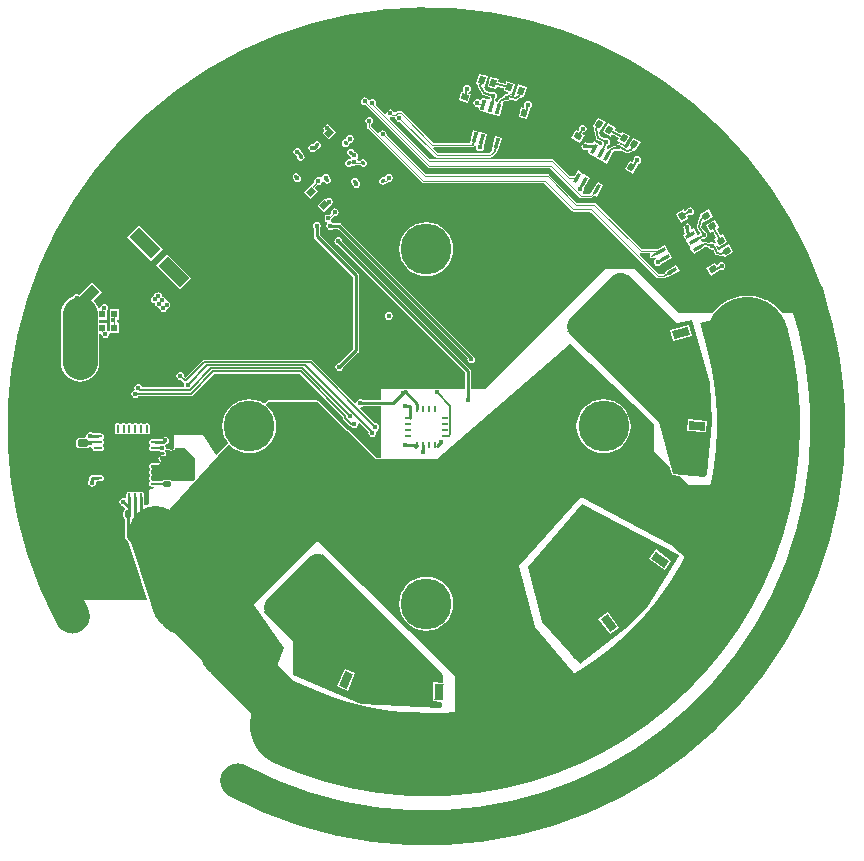
<source format=gbl>
G04 Layer_Physical_Order=4*
G04 Layer_Color=16711680*
%FSLAX44Y44*%
%MOMM*%
G71*
G01*
G75*
%ADD10R,0.5080X0.6096*%
G04:AMPARAMS|DCode=17|XSize=0.32mm|YSize=0.36mm|CornerRadius=0.08mm|HoleSize=0mm|Usage=FLASHONLY|Rotation=180.000|XOffset=0mm|YOffset=0mm|HoleType=Round|Shape=RoundedRectangle|*
%AMROUNDEDRECTD17*
21,1,0.3200,0.2000,0,0,180.0*
21,1,0.1600,0.3600,0,0,180.0*
1,1,0.1600,-0.0800,0.1000*
1,1,0.1600,0.0800,0.1000*
1,1,0.1600,0.0800,-0.1000*
1,1,0.1600,-0.0800,-0.1000*
%
%ADD17ROUNDEDRECTD17*%
G04:AMPARAMS|DCode=34|XSize=0.32mm|YSize=0.36mm|CornerRadius=0.08mm|HoleSize=0mm|Usage=FLASHONLY|Rotation=135.000|XOffset=0mm|YOffset=0mm|HoleType=Round|Shape=RoundedRectangle|*
%AMROUNDEDRECTD34*
21,1,0.3200,0.2000,0,0,135.0*
21,1,0.1600,0.3600,0,0,135.0*
1,1,0.1600,0.0141,0.1273*
1,1,0.1600,0.1273,0.0141*
1,1,0.1600,-0.0141,-0.1273*
1,1,0.1600,-0.1273,-0.0141*
%
%ADD34ROUNDEDRECTD34*%
G04:AMPARAMS|DCode=35|XSize=0.32mm|YSize=0.36mm|CornerRadius=0.08mm|HoleSize=0mm|Usage=FLASHONLY|Rotation=45.000|XOffset=0mm|YOffset=0mm|HoleType=Round|Shape=RoundedRectangle|*
%AMROUNDEDRECTD35*
21,1,0.3200,0.2000,0,0,45.0*
21,1,0.1600,0.3600,0,0,45.0*
1,1,0.1600,0.1273,-0.0141*
1,1,0.1600,0.0141,-0.1273*
1,1,0.1600,-0.1273,0.0141*
1,1,0.1600,-0.0141,0.1273*
%
%ADD35ROUNDEDRECTD35*%
G04:AMPARAMS|DCode=38|XSize=0.6096mm|YSize=0.9144mm|CornerRadius=0.1524mm|HoleSize=0mm|Usage=FLASHONLY|Rotation=90.000|XOffset=0mm|YOffset=0mm|HoleType=Round|Shape=RoundedRectangle|*
%AMROUNDEDRECTD38*
21,1,0.6096,0.6096,0,0,90.0*
21,1,0.3048,0.9144,0,0,90.0*
1,1,0.3048,0.3048,0.1524*
1,1,0.3048,0.3048,-0.1524*
1,1,0.3048,-0.3048,-0.1524*
1,1,0.3048,-0.3048,0.1524*
%
%ADD38ROUNDEDRECTD38*%
G04:AMPARAMS|DCode=47|XSize=3.85mm|YSize=4.52mm|CornerRadius=0mm|HoleSize=0mm|Usage=FLASHONLY|Rotation=194.898|XOffset=0mm|YOffset=0mm|HoleType=Round|Shape=Rectangle|*
%AMROTATEDRECTD47*
4,1,4,1.2793,2.6789,2.4413,-1.6891,-1.2793,-2.6789,-2.4413,1.6891,1.2793,2.6789,0.0*
%
%ADD47ROTATEDRECTD47*%

G04:AMPARAMS|DCode=72|XSize=0.508mm|YSize=0.6096mm|CornerRadius=0.127mm|HoleSize=0mm|Usage=FLASHONLY|Rotation=180.000|XOffset=0mm|YOffset=0mm|HoleType=Round|Shape=RoundedRectangle|*
%AMROUNDEDRECTD72*
21,1,0.5080,0.3556,0,0,180.0*
21,1,0.2540,0.6096,0,0,180.0*
1,1,0.2540,-0.1270,0.1778*
1,1,0.2540,0.1270,0.1778*
1,1,0.2540,0.1270,-0.1778*
1,1,0.2540,-0.1270,-0.1778*
%
%ADD72ROUNDEDRECTD72*%
G04:AMPARAMS|DCode=76|XSize=3.85mm|YSize=4.52mm|CornerRadius=0mm|HoleSize=0mm|Usage=FLASHONLY|Rotation=87.500|XOffset=0mm|YOffset=0mm|HoleType=Round|Shape=Rectangle|*
%AMROTATEDRECTD76*
4,1,4,2.1739,-2.0217,-2.3418,-1.8246,-2.1739,2.0217,2.3418,1.8246,2.1739,-2.0217,0.0*
%
%ADD76ROTATEDRECTD76*%

G04:AMPARAMS|DCode=77|XSize=0.71mm|YSize=1.37mm|CornerRadius=0mm|HoleSize=0mm|Usage=FLASHONLY|Rotation=177.500|XOffset=0mm|YOffset=0mm|HoleType=Round|Shape=Rectangle|*
%AMROTATEDRECTD77*
4,1,4,0.3845,0.6689,0.3248,-0.6998,-0.3845,-0.6689,-0.3248,0.6998,0.3845,0.6689,0.0*
%
%ADD77ROTATEDRECTD77*%

G04:AMPARAMS|DCode=80|XSize=3.85mm|YSize=4.52mm|CornerRadius=0mm|HoleSize=0mm|Usage=FLASHONLY|Rotation=174.830|XOffset=0mm|YOffset=0mm|HoleType=Round|Shape=Rectangle|*
%AMROTATEDRECTD80*
4,1,4,2.1208,2.0773,1.7135,-2.4243,-2.1208,-2.0773,-1.7135,2.4243,2.1208,2.0773,0.0*
%
%ADD80ROTATEDRECTD80*%

G04:AMPARAMS|DCode=82|XSize=3.85mm|YSize=4.52mm|CornerRadius=0mm|HoleSize=0mm|Usage=FLASHONLY|Rotation=67.602|XOffset=0mm|YOffset=0mm|HoleType=Round|Shape=Rectangle|*
%AMROTATEDRECTD82*
4,1,4,1.3560,-2.6409,-2.8230,-0.9186,-1.3560,2.6409,2.8230,0.9186,1.3560,-2.6409,0.0*
%
%ADD82ROTATEDRECTD82*%

%ADD85C,0.2540*%
%ADD86C,0.1000*%
%ADD90C,0.1270*%
%ADD91C,3.0000*%
%ADD93C,4.3000*%
G04:AMPARAMS|DCode=94|XSize=4mm|YSize=7mm|CornerRadius=1mm|HoleSize=0mm|Usage=FLASHONLY|Rotation=315.000|XOffset=0mm|YOffset=0mm|HoleType=Round|Shape=RoundedRectangle|*
%AMROUNDEDRECTD94*
21,1,4.0000,5.0000,0,0,315.0*
21,1,2.0000,7.0000,0,0,315.0*
1,1,2.0000,-1.0607,-2.4749*
1,1,2.0000,-2.4749,-1.0607*
1,1,2.0000,1.0607,2.4749*
1,1,2.0000,2.4749,1.0607*
%
%ADD94ROUNDEDRECTD94*%
G04:AMPARAMS|DCode=95|XSize=4mm|YSize=7mm|CornerRadius=1mm|HoleSize=0mm|Usage=FLASHONLY|Rotation=317.500|XOffset=0mm|YOffset=0mm|HoleType=Round|Shape=RoundedRectangle|*
%AMROUNDEDRECTD95*
21,1,4.0000,5.0000,0,0,317.5*
21,1,2.0000,7.0000,0,0,317.5*
1,1,2.0000,-0.9517,-2.5188*
1,1,2.0000,-2.4263,-1.1676*
1,1,2.0000,0.9517,2.5188*
1,1,2.0000,2.4263,1.1676*
%
%ADD95ROUNDEDRECTD95*%
G04:AMPARAMS|DCode=96|XSize=4mm|YSize=7mm|CornerRadius=1mm|HoleSize=0mm|Usage=FLASHONLY|Rotation=45.000|XOffset=0mm|YOffset=0mm|HoleType=Round|Shape=RoundedRectangle|*
%AMROUNDEDRECTD96*
21,1,4.0000,5.0000,0,0,45.0*
21,1,2.0000,7.0000,0,0,45.0*
1,1,2.0000,2.4749,-1.0607*
1,1,2.0000,1.0607,-2.4749*
1,1,2.0000,-2.4749,1.0607*
1,1,2.0000,-1.0607,2.4749*
%
%ADD96ROUNDEDRECTD96*%
%ADD97C,0.4000*%
%ADD99C,0.8000*%
%ADD100C,0.5000*%
%ADD101C,4.5000*%
%ADD102C,7.0000*%
G04:AMPARAMS|DCode=103|XSize=0.9144mm|YSize=1.6002mm|CornerRadius=0mm|HoleSize=0mm|Usage=FLASHONLY|Rotation=134.998|XOffset=0mm|YOffset=0mm|HoleType=Round|Shape=Rectangle|*
%AMROTATEDRECTD103*
4,1,4,0.8891,0.2424,-0.2425,-0.8890,-0.8891,-0.2424,0.2425,0.8890,0.8891,0.2424,0.0*
%
%ADD103ROTATEDRECTD103*%

G04:AMPARAMS|DCode=104|XSize=0.5mm|YSize=0.6mm|CornerRadius=0mm|HoleSize=0mm|Usage=FLASHONLY|Rotation=135.000|XOffset=0mm|YOffset=0mm|HoleType=Round|Shape=Rectangle|*
%AMROTATEDRECTD104*
4,1,4,0.3889,0.0353,-0.0353,-0.3889,-0.3889,-0.0353,0.0353,0.3889,0.3889,0.0353,0.0*
%
%ADD104ROTATEDRECTD104*%

%ADD105P,0.5657X4X360.0*%
G04:AMPARAMS|DCode=106|XSize=0.55mm|YSize=0.6mm|CornerRadius=0mm|HoleSize=0mm|Usage=FLASHONLY|Rotation=315.000|XOffset=0mm|YOffset=0mm|HoleType=Round|Shape=Rectangle|*
%AMROTATEDRECTD106*
4,1,4,-0.4066,-0.0177,0.0177,0.4066,0.4066,0.0177,-0.0177,-0.4066,-0.4066,-0.0177,0.0*
%
%ADD106ROTATEDRECTD106*%

G04:AMPARAMS|DCode=107|XSize=2.6mm|YSize=1.1mm|CornerRadius=0mm|HoleSize=0mm|Usage=FLASHONLY|Rotation=315.000|XOffset=0mm|YOffset=0mm|HoleType=Round|Shape=Rectangle|*
%AMROTATEDRECTD107*
4,1,4,-1.3081,0.5303,-0.5303,1.3081,1.3081,-0.5303,0.5303,-1.3081,-1.3081,0.5303,0.0*
%
%ADD107ROTATEDRECTD107*%

%ADD108O,0.7000X0.2500*%
%ADD109O,0.2500X0.7000*%
%ADD110R,2.6000X3.6000*%
G04:AMPARAMS|DCode=111|XSize=0.508mm|YSize=0.6096mm|CornerRadius=0.127mm|HoleSize=0mm|Usage=FLASHONLY|Rotation=90.000|XOffset=0mm|YOffset=0mm|HoleType=Round|Shape=RoundedRectangle|*
%AMROUNDEDRECTD111*
21,1,0.5080,0.3556,0,0,90.0*
21,1,0.2540,0.6096,0,0,90.0*
1,1,0.2540,0.1778,0.1270*
1,1,0.2540,0.1778,-0.1270*
1,1,0.2540,-0.1778,-0.1270*
1,1,0.2540,-0.1778,0.1270*
%
%ADD111ROUNDEDRECTD111*%
%ADD112R,1.4000X5.2000*%
G04:AMPARAMS|DCode=113|XSize=0.3mm|YSize=0.85mm|CornerRadius=0mm|HoleSize=0mm|Usage=FLASHONLY|Rotation=330.000|XOffset=0mm|YOffset=0mm|HoleType=Round|Shape=Rectangle|*
%AMROTATEDRECTD113*
4,1,4,-0.3424,-0.2931,0.0826,0.4431,0.3424,0.2931,-0.0826,-0.4431,-0.3424,-0.2931,0.0*
%
%ADD113ROTATEDRECTD113*%

G04:AMPARAMS|DCode=114|XSize=2mm|YSize=1.1mm|CornerRadius=0.275mm|HoleSize=0mm|Usage=FLASHONLY|Rotation=330.000|XOffset=0mm|YOffset=0mm|HoleType=Round|Shape=RoundedRectangle|*
%AMROUNDEDRECTD114*
21,1,2.0000,0.5500,0,0,330.0*
21,1,1.4500,1.1000,0,0,330.0*
1,1,0.5500,0.4904,-0.6007*
1,1,0.5500,-0.7654,0.1243*
1,1,0.5500,-0.4904,0.6007*
1,1,0.5500,0.7654,-0.1243*
%
%ADD114ROUNDEDRECTD114*%
G04:AMPARAMS|DCode=115|XSize=0.508mm|YSize=0.6096mm|CornerRadius=0mm|HoleSize=0mm|Usage=FLASHONLY|Rotation=330.000|XOffset=0mm|YOffset=0mm|HoleType=Round|Shape=Rectangle|*
%AMROTATEDRECTD115*
4,1,4,-0.3724,-0.1370,-0.0676,0.3910,0.3724,0.1370,0.0676,-0.3910,-0.3724,-0.1370,0.0*
%
%ADD115ROTATEDRECTD115*%

G04:AMPARAMS|DCode=116|XSize=0.508mm|YSize=0.6096mm|CornerRadius=0mm|HoleSize=0mm|Usage=FLASHONLY|Rotation=240.000|XOffset=0mm|YOffset=0mm|HoleType=Round|Shape=Rectangle|*
%AMROTATEDRECTD116*
4,1,4,-0.1370,0.3724,0.3910,0.0676,0.1370,-0.3724,-0.3910,-0.0676,-0.1370,0.3724,0.0*
%
%ADD116ROTATEDRECTD116*%

G04:AMPARAMS|DCode=117|XSize=0.5mm|YSize=0.6mm|CornerRadius=0mm|HoleSize=0mm|Usage=FLASHONLY|Rotation=330.000|XOffset=0mm|YOffset=0mm|HoleType=Round|Shape=Rectangle|*
%AMROTATEDRECTD117*
4,1,4,-0.3665,-0.1348,-0.0665,0.3848,0.3665,0.1348,0.0665,-0.3848,-0.3665,-0.1348,0.0*
%
%ADD117ROTATEDRECTD117*%

G04:AMPARAMS|DCode=118|XSize=0.3mm|YSize=0.85mm|CornerRadius=0mm|HoleSize=0mm|Usage=FLASHONLY|Rotation=300.000|XOffset=0mm|YOffset=0mm|HoleType=Round|Shape=Rectangle|*
%AMROTATEDRECTD118*
4,1,4,-0.4431,-0.0826,0.2931,0.3424,0.4431,0.0826,-0.2931,-0.3424,-0.4431,-0.0826,0.0*
%
%ADD118ROTATEDRECTD118*%

G04:AMPARAMS|DCode=119|XSize=2mm|YSize=1.1mm|CornerRadius=0.275mm|HoleSize=0mm|Usage=FLASHONLY|Rotation=300.000|XOffset=0mm|YOffset=0mm|HoleType=Round|Shape=RoundedRectangle|*
%AMROUNDEDRECTD119*
21,1,2.0000,0.5500,0,0,300.0*
21,1,1.4500,1.1000,0,0,300.0*
1,1,0.5500,0.1243,-0.7654*
1,1,0.5500,-0.6007,0.4904*
1,1,0.5500,-0.1243,0.7654*
1,1,0.5500,0.6007,-0.4904*
%
%ADD119ROUNDEDRECTD119*%
G04:AMPARAMS|DCode=120|XSize=0.508mm|YSize=0.6096mm|CornerRadius=0mm|HoleSize=0mm|Usage=FLASHONLY|Rotation=300.000|XOffset=0mm|YOffset=0mm|HoleType=Round|Shape=Rectangle|*
%AMROTATEDRECTD120*
4,1,4,-0.3910,0.0676,0.1370,0.3724,0.3910,-0.0676,-0.1370,-0.3724,-0.3910,0.0676,0.0*
%
%ADD120ROTATEDRECTD120*%

G04:AMPARAMS|DCode=121|XSize=0.508mm|YSize=0.6096mm|CornerRadius=0mm|HoleSize=0mm|Usage=FLASHONLY|Rotation=210.000|XOffset=0mm|YOffset=0mm|HoleType=Round|Shape=Rectangle|*
%AMROTATEDRECTD121*
4,1,4,0.0676,0.3910,0.3724,-0.1370,-0.0676,-0.3910,-0.3724,0.1370,0.0676,0.3910,0.0*
%
%ADD121ROTATEDRECTD121*%

G04:AMPARAMS|DCode=122|XSize=0.5mm|YSize=0.6mm|CornerRadius=0mm|HoleSize=0mm|Usage=FLASHONLY|Rotation=300.000|XOffset=0mm|YOffset=0mm|HoleType=Round|Shape=Rectangle|*
%AMROTATEDRECTD122*
4,1,4,-0.3848,0.0665,0.1348,0.3665,0.3848,-0.0665,-0.1348,-0.3665,-0.3848,0.0665,0.0*
%
%ADD122ROTATEDRECTD122*%

G04:AMPARAMS|DCode=123|XSize=0.508mm|YSize=0.6096mm|CornerRadius=0mm|HoleSize=0mm|Usage=FLASHONLY|Rotation=255.000|XOffset=0mm|YOffset=0mm|HoleType=Round|Shape=Rectangle|*
%AMROTATEDRECTD123*
4,1,4,-0.2287,0.3242,0.3602,0.1665,0.2287,-0.3242,-0.3602,-0.1665,-0.2287,0.3242,0.0*
%
%ADD123ROTATEDRECTD123*%

G04:AMPARAMS|DCode=124|XSize=0.508mm|YSize=0.6096mm|CornerRadius=0mm|HoleSize=0mm|Usage=FLASHONLY|Rotation=345.000|XOffset=0mm|YOffset=0mm|HoleType=Round|Shape=Rectangle|*
%AMROTATEDRECTD124*
4,1,4,-0.3242,-0.2287,-0.1665,0.3602,0.3242,0.2287,0.1665,-0.3602,-0.3242,-0.2287,0.0*
%
%ADD124ROTATEDRECTD124*%

G04:AMPARAMS|DCode=125|XSize=0.5mm|YSize=0.6mm|CornerRadius=0mm|HoleSize=0mm|Usage=FLASHONLY|Rotation=345.000|XOffset=0mm|YOffset=0mm|HoleType=Round|Shape=Rectangle|*
%AMROTATEDRECTD125*
4,1,4,-0.3191,-0.2251,-0.1638,0.3545,0.3191,0.2251,0.1638,-0.3545,-0.3191,-0.2251,0.0*
%
%ADD125ROTATEDRECTD125*%

G04:AMPARAMS|DCode=126|XSize=0.3mm|YSize=0.85mm|CornerRadius=0mm|HoleSize=0mm|Usage=FLASHONLY|Rotation=345.000|XOffset=0mm|YOffset=0mm|HoleType=Round|Shape=Rectangle|*
%AMROTATEDRECTD126*
4,1,4,-0.2549,-0.3717,-0.0349,0.4493,0.2549,0.3717,0.0349,-0.4493,-0.2549,-0.3717,0.0*
%
%ADD126ROTATEDRECTD126*%

G04:AMPARAMS|DCode=127|XSize=2mm|YSize=1.1mm|CornerRadius=0.275mm|HoleSize=0mm|Usage=FLASHONLY|Rotation=345.000|XOffset=0mm|YOffset=0mm|HoleType=Round|Shape=RoundedRectangle|*
%AMROUNDEDRECTD127*
21,1,2.0000,0.5500,0,0,345.0*
21,1,1.4500,1.1000,0,0,345.0*
1,1,0.5500,0.6291,-0.4533*
1,1,0.5500,-0.7715,-0.0780*
1,1,0.5500,-0.6291,0.4533*
1,1,0.5500,0.7715,0.0780*
%
%ADD127ROUNDEDRECTD127*%
G04:AMPARAMS|DCode=128|XSize=0.71mm|YSize=1.37mm|CornerRadius=0mm|HoleSize=0mm|Usage=FLASHONLY|Rotation=264.814|XOffset=0mm|YOffset=0mm|HoleType=Round|Shape=Rectangle|*
%AMROTATEDRECTD128*
4,1,4,-0.6501,0.4155,0.7143,0.2916,0.6501,-0.4155,-0.7143,-0.2916,-0.6501,0.4155,0.0*
%
%ADD128ROTATEDRECTD128*%

G04:AMPARAMS|DCode=129|XSize=3.85mm|YSize=4.52mm|CornerRadius=0mm|HoleSize=0mm|Usage=FLASHONLY|Rotation=324.603|XOffset=0mm|YOffset=0mm|HoleType=Round|Shape=Rectangle|*
%AMROTATEDRECTD129*
4,1,4,-2.8783,-0.7272,-0.2601,2.9573,2.8783,0.7272,0.2601,-2.9573,-2.8783,-0.7272,0.0*
%
%ADD129ROTATEDRECTD129*%

G04:AMPARAMS|DCode=130|XSize=0.71mm|YSize=1.37mm|CornerRadius=0mm|HoleSize=0mm|Usage=FLASHONLY|Rotation=234.603|XOffset=0mm|YOffset=0mm|HoleType=Round|Shape=Rectangle|*
%AMROTATEDRECTD130*
4,1,4,-0.3528,0.6862,0.7640,-0.1074,0.3528,-0.6862,-0.7640,0.1074,-0.3528,0.6862,0.0*
%
%ADD130ROTATEDRECTD130*%

G04:AMPARAMS|DCode=131|XSize=5.2mm|YSize=1.4mm|CornerRadius=0mm|HoleSize=0mm|Usage=FLASHONLY|Rotation=0.224|XOffset=0mm|YOffset=0mm|HoleType=Round|Shape=Rectangle|*
%AMROTATEDRECTD131*
4,1,4,-2.5972,-0.7101,-2.6027,0.6898,2.5972,0.7101,2.6027,-0.6898,-2.5972,-0.7101,0.0*
%
%ADD131ROTATEDRECTD131*%

G04:AMPARAMS|DCode=132|XSize=5.2mm|YSize=1.4mm|CornerRadius=0mm|HoleSize=0mm|Usage=FLASHONLY|Rotation=45.309|XOffset=0mm|YOffset=0mm|HoleType=Round|Shape=Rectangle|*
%AMROTATEDRECTD132*
4,1,4,-1.3309,-2.3407,-2.3262,-1.3560,1.3309,2.3407,2.3262,1.3560,-1.3309,-2.3407,0.0*
%
%ADD132ROTATEDRECTD132*%

G04:AMPARAMS|DCode=133|XSize=5.2mm|YSize=1.4mm|CornerRadius=0mm|HoleSize=0mm|Usage=FLASHONLY|Rotation=29.536|XOffset=0mm|YOffset=0mm|HoleType=Round|Shape=Rectangle|*
%AMROTATEDRECTD133*
4,1,4,-1.9171,-1.8907,-2.6072,-0.6727,1.9171,1.8907,2.6072,0.6727,-1.9171,-1.8907,0.0*
%
%ADD133ROTATEDRECTD133*%

G04:AMPARAMS|DCode=134|XSize=5.2mm|YSize=1.4mm|CornerRadius=0mm|HoleSize=0mm|Usage=FLASHONLY|Rotation=60.298|XOffset=0mm|YOffset=0mm|HoleType=Round|Shape=Rectangle|*
%AMROTATEDRECTD134*
4,1,4,-0.6802,-2.6052,-1.8963,-1.9116,0.6802,2.6052,1.8963,1.9116,-0.6802,-2.6052,0.0*
%
%ADD134ROTATEDRECTD134*%

G04:AMPARAMS|DCode=135|XSize=5.2mm|YSize=1.4mm|CornerRadius=0mm|HoleSize=0mm|Usage=FLASHONLY|Rotation=104.338|XOffset=0mm|YOffset=0mm|HoleType=Round|Shape=Rectangle|*
%AMROTATEDRECTD135*
4,1,4,1.3220,-2.3457,-0.0343,-2.6924,-1.3220,2.3457,0.0343,2.6924,1.3220,-2.3457,0.0*
%
%ADD135ROTATEDRECTD135*%

G04:AMPARAMS|DCode=136|XSize=5.2mm|YSize=1.4mm|CornerRadius=0mm|HoleSize=0mm|Usage=FLASHONLY|Rotation=346.026|XOffset=0mm|YOffset=0mm|HoleType=Round|Shape=Rectangle|*
%AMROTATEDRECTD136*
4,1,4,-2.6921,-0.0514,-2.3540,1.3072,2.6921,0.0514,2.3540,-1.3072,-2.6921,-0.0514,0.0*
%
%ADD136ROTATEDRECTD136*%

G04:AMPARAMS|DCode=137|XSize=5.2mm|YSize=1.4mm|CornerRadius=0mm|HoleSize=0mm|Usage=FLASHONLY|Rotation=15.450|XOffset=0mm|YOffset=0mm|HoleType=Round|Shape=Rectangle|*
%AMROTATEDRECTD137*
4,1,4,-2.3196,-1.3673,-2.6925,-0.0179,2.3196,1.3673,2.6925,0.0179,-2.3196,-1.3673,0.0*
%
%ADD137ROTATEDRECTD137*%

G04:AMPARAMS|DCode=138|XSize=5.2mm|YSize=1.4mm|CornerRadius=0mm|HoleSize=0mm|Usage=FLASHONLY|Rotation=75.309|XOffset=0mm|YOffset=0mm|HoleType=Round|Shape=Rectangle|*
%AMROTATEDRECTD138*
4,1,4,0.0177,-2.6925,-1.3365,-2.3375,-0.0177,2.6925,1.3365,2.3375,0.0177,-2.6925,0.0*
%
%ADD138ROTATEDRECTD138*%

G04:AMPARAMS|DCode=139|XSize=3.85mm|YSize=4.52mm|CornerRadius=0mm|HoleSize=0mm|Usage=FLASHONLY|Rotation=307.103|XOffset=0mm|YOffset=0mm|HoleType=Round|Shape=Rectangle|*
%AMROTATEDRECTD139*
4,1,4,-2.9637,0.1720,0.6412,2.8986,2.9637,-0.1720,-0.6412,-2.8986,-2.9637,0.1720,0.0*
%
%ADD139ROTATEDRECTD139*%

G04:AMPARAMS|DCode=140|XSize=0.71mm|YSize=1.37mm|CornerRadius=0mm|HoleSize=0mm|Usage=FLASHONLY|Rotation=217.103|XOffset=0mm|YOffset=0mm|HoleType=Round|Shape=Rectangle|*
%AMROTATEDRECTD140*
4,1,4,-0.1301,0.7605,0.6964,-0.3322,0.1301,-0.7605,-0.6964,0.3322,-0.1301,0.7605,0.0*
%
%ADD140ROTATEDRECTD140*%

G04:AMPARAMS|DCode=141|XSize=0.71mm|YSize=1.37mm|CornerRadius=0mm|HoleSize=0mm|Usage=FLASHONLY|Rotation=157.500|XOffset=0mm|YOffset=0mm|HoleType=Round|Shape=Rectangle|*
%AMROTATEDRECTD141*
4,1,4,0.5901,0.4970,0.0658,-0.7687,-0.5901,-0.4970,-0.0658,0.7687,0.5901,0.4970,0.0*
%
%ADD141ROTATEDRECTD141*%

G04:AMPARAMS|DCode=142|XSize=0.71mm|YSize=1.37mm|CornerRadius=0mm|HoleSize=0mm|Usage=FLASHONLY|Rotation=285.093|XOffset=0mm|YOffset=0mm|HoleType=Round|Shape=Rectangle|*
%AMROTATEDRECTD142*
4,1,4,-0.7538,0.1644,0.5689,0.5211,0.7538,-0.1644,-0.5689,-0.5211,-0.7538,0.1644,0.0*
%
%ADD142ROTATEDRECTD142*%

%ADD143O,0.2500X0.6000*%
%ADD144O,0.6000X0.2500*%
G36*
X1162050Y671830D02*
Y648970D01*
X1174685Y636335D01*
X1176600Y629469D01*
X1176778Y629241D01*
X1176863Y628965D01*
X1177090Y628843D01*
X1177249Y628641D01*
X1177536Y628606D01*
X1177791Y628470D01*
X1183063Y627957D01*
X1191260Y619760D01*
X1248410D01*
Y567690D01*
X1215390Y534670D01*
X1176021Y569202D01*
X1099820Y609600D01*
X1047062Y551180D01*
X1060979Y499522D01*
X1097339Y456458D01*
X1101090Y448310D01*
X1113790Y435610D01*
X1099820Y421640D01*
X993140D01*
X993140Y458601D01*
X876315Y572358D01*
X822866Y518909D01*
X848641Y481805D01*
X827197Y427794D01*
X825953Y427537D01*
X736600Y516890D01*
X727162Y572358D01*
X801447Y653755D01*
X802717Y653722D01*
X802847Y653563D01*
X806314Y650718D01*
X810270Y648603D01*
X814562Y647301D01*
X819026Y646862D01*
X823490Y647301D01*
X827782Y648603D01*
X831738Y650718D01*
X835205Y653563D01*
X838050Y657030D01*
X840164Y660986D01*
X841467Y665278D01*
X841906Y669742D01*
X841467Y674205D01*
X840164Y678498D01*
X838050Y682453D01*
X835205Y685920D01*
X833400Y687401D01*
X833309Y688668D01*
X834908Y690420D01*
X876315D01*
X926509Y641941D01*
X977907D01*
X1090370Y739631D01*
X1162050Y671830D01*
D02*
G37*
G36*
X1181100Y756920D02*
X1193800Y759460D01*
X1209040Y706794D01*
X1211023Y673100D01*
X1206582Y629838D01*
X1204042Y627298D01*
X1177924Y629838D01*
X1165860Y673100D01*
X1088390Y750570D01*
X1135380Y797560D01*
X1140460D01*
X1181100Y756920D01*
D02*
G37*
G36*
X1080770Y988060D02*
X1106170D01*
X1135380Y958850D01*
X1158240D01*
X1203960Y913130D01*
X1209040D01*
Y911860D01*
X1259840Y861060D01*
Y826770D01*
X1299210Y787400D01*
Y765810D01*
X1269929D01*
X1266465Y769865D01*
X1262124Y773573D01*
X1257256Y776556D01*
X1256881Y776711D01*
X1256760Y777187D01*
X1256125Y777025D01*
X1251982Y778741D01*
X1246431Y780073D01*
X1240739Y780521D01*
X1235048Y780073D01*
X1229496Y778741D01*
X1224222Y776556D01*
X1219354Y773573D01*
X1215013Y769865D01*
X1211549Y765810D01*
X1182370D01*
X1145540Y802640D01*
X1120140D01*
X1018540Y701040D01*
X1007160D01*
Y716588D01*
X1006963Y717579D01*
X1006401Y718419D01*
X897798Y827022D01*
X897626Y827888D01*
X896903Y828970D01*
X895822Y829693D01*
X894546Y829946D01*
X893270Y829693D01*
X892188Y828970D01*
X891466Y827888D01*
X891212Y826612D01*
X891466Y825336D01*
X892188Y824255D01*
X893270Y823532D01*
X894136Y823360D01*
X1001980Y715515D01*
Y701040D01*
X979984D01*
X979176Y701580D01*
X977900Y701834D01*
X976624Y701580D01*
X975816Y701040D01*
X952732D01*
X952616Y701156D01*
X951776Y701718D01*
X950785Y701915D01*
X949794Y701718D01*
X948954Y701156D01*
X948915Y701117D01*
X948525Y701040D01*
X930910D01*
Y692200D01*
X915140D01*
X914406Y692690D01*
X913130Y692944D01*
X911854Y692690D01*
X910772Y691967D01*
X910050Y690886D01*
X909839Y689824D01*
X909180Y689458D01*
X908562Y689305D01*
X872593Y725273D01*
X871963Y725695D01*
X871220Y725842D01*
X780608D01*
X779864Y725695D01*
X779234Y725273D01*
X764954Y710993D01*
X763967Y711980D01*
X764064Y712470D01*
X763810Y713746D01*
X763087Y714827D01*
X762006Y715550D01*
X760730Y715804D01*
X759454Y715550D01*
X758372Y714827D01*
X757650Y713746D01*
X757396Y712470D01*
X757650Y711194D01*
X758372Y710113D01*
X759454Y709390D01*
X760730Y709136D01*
X761220Y709233D01*
X763167Y707287D01*
X763223Y707249D01*
X763830Y706371D01*
X763886Y705553D01*
X763746Y704850D01*
X763884Y704157D01*
X763047Y702887D01*
X728389D01*
X728250Y703586D01*
X727527Y704668D01*
X726446Y705390D01*
X725170Y705644D01*
X723894Y705390D01*
X722812Y704668D01*
X722090Y703586D01*
X721836Y702310D01*
X722090Y701034D01*
X721141Y700168D01*
X720273Y699587D01*
X719550Y698506D01*
X719296Y697230D01*
X719550Y695954D01*
X720273Y694873D01*
X721354Y694150D01*
X722630Y693896D01*
X723906Y694150D01*
X724987Y694873D01*
X725265Y695288D01*
X769620D01*
X770363Y695435D01*
X770993Y695857D01*
X789474Y714338D01*
X861743D01*
X898393Y677688D01*
Y676562D01*
X898540Y675819D01*
X898962Y675189D01*
X903694Y670457D01*
X904324Y670035D01*
X905068Y669888D01*
X905415D01*
X905693Y669473D01*
X906774Y668750D01*
X908050Y668496D01*
X909326Y668750D01*
X910407Y669473D01*
X911130Y670554D01*
X911384Y671830D01*
X911338Y672062D01*
X912508Y672687D01*
X920127Y665069D01*
X919956Y664210D01*
X920210Y662934D01*
X920932Y661852D01*
X922014Y661130D01*
X923290Y660876D01*
X924566Y661130D01*
X925648Y661852D01*
X926370Y662934D01*
X926624Y664210D01*
X926477Y664950D01*
X927106Y666210D01*
X928187Y666933D01*
X928910Y668014D01*
X929164Y669290D01*
X928910Y670566D01*
X928187Y671647D01*
X927106Y672370D01*
X925830Y672624D01*
X925340Y672527D01*
X912825Y685042D01*
X912978Y685660D01*
X913344Y686319D01*
X914406Y686530D01*
X915140Y687020D01*
X930910D01*
Y643315D01*
X927065D01*
X877270Y691409D01*
X876791Y691598D01*
X876315Y691795D01*
X834908D01*
X834877Y691782D01*
X834846Y691793D01*
X834396Y691582D01*
X833936Y691392D01*
X833923Y691361D01*
X833893Y691347D01*
X832294Y689595D01*
X832170Y689540D01*
X831027Y689229D01*
X830821Y689256D01*
X827782Y690880D01*
X823490Y692182D01*
X819026Y692622D01*
X814562Y692182D01*
X810270Y690880D01*
X806314Y688766D01*
X802847Y685920D01*
X800002Y682453D01*
X797887Y678498D01*
X796585Y674205D01*
X796146Y669742D01*
X796585Y665278D01*
X797887Y660986D01*
X800002Y657030D01*
X800682Y656202D01*
X800734Y655954D01*
X800525Y654873D01*
X800432Y654682D01*
X792033Y645479D01*
X790768Y645589D01*
X780211Y662170D01*
X755166D01*
Y650938D01*
X754374Y650780D01*
X753292Y650058D01*
X752928D01*
X751846Y650780D01*
X750570Y651034D01*
X749801Y650881D01*
X749002Y651136D01*
X748485Y651767D01*
X748330Y652546D01*
X748143Y652826D01*
X748269Y654413D01*
X748394Y654562D01*
X748440Y654607D01*
X749306Y654780D01*
X750387Y655502D01*
X751110Y656584D01*
X751364Y657860D01*
X751110Y659136D01*
X750387Y660218D01*
X749306Y660940D01*
X748030Y661194D01*
X746754Y660940D01*
X745673Y660218D01*
X744950Y659136D01*
X744895Y658860D01*
X739140D01*
X739037Y658839D01*
X736890D01*
X735907Y658644D01*
X735073Y658087D01*
X734516Y657253D01*
X734321Y656270D01*
X734516Y655287D01*
X735073Y654453D01*
X735073Y653087D01*
X734516Y652253D01*
X734321Y651270D01*
X734516Y650286D01*
X735073Y649453D01*
X735907Y648896D01*
X736890Y648700D01*
X741390D01*
X742373Y648896D01*
X742740Y649141D01*
X742892Y648912D01*
X743974Y648189D01*
X745250Y647936D01*
X746018Y648089D01*
X746818Y647834D01*
X747335Y647203D01*
X747422Y646766D01*
X747216Y646432D01*
X746758Y645974D01*
X746424Y645768D01*
X745490Y645954D01*
X744214Y645700D01*
X743132Y644977D01*
X742410Y643896D01*
X742156Y642620D01*
X742410Y641344D01*
X743132Y640263D01*
Y639897D01*
X742410Y638816D01*
X741390Y638839D01*
X736890D01*
X735907Y638644D01*
X735073Y638087D01*
X734516Y637253D01*
X734321Y636270D01*
X734516Y635287D01*
X735073Y634453D01*
X735073Y633087D01*
X734516Y632253D01*
X734321Y631270D01*
X734516Y630287D01*
X735073Y629453D01*
X735073Y628087D01*
X734516Y627253D01*
X734321Y626270D01*
X734516Y625287D01*
X735073Y624453D01*
X735073Y623087D01*
X734516Y622253D01*
X734321Y621270D01*
X734516Y620287D01*
X735073Y619453D01*
X735907Y618896D01*
X736890Y618700D01*
X738645D01*
X738830Y617430D01*
X734143Y616033D01*
Y603629D01*
X731782Y603114D01*
X731292Y602900D01*
X730230Y603596D01*
Y609770D01*
X730209Y609872D01*
Y612020D01*
X730014Y613003D01*
X729457Y613837D01*
X728623Y614394D01*
X727640Y614589D01*
X726657Y614394D01*
X725823Y613837D01*
X724457D01*
X723623Y614394D01*
X722640Y614589D01*
X721657Y614394D01*
X720823Y613837D01*
X719457Y613837D01*
X718623Y614394D01*
X717640Y614589D01*
X716657Y614394D01*
X715823Y613837D01*
X715266Y613003D01*
X715071Y612020D01*
Y609872D01*
X715050Y609770D01*
Y609526D01*
X713780Y608847D01*
X713746Y608870D01*
X712470Y609124D01*
X711194Y608870D01*
X710113Y608148D01*
X709390Y607066D01*
X709136Y605790D01*
X709390Y604514D01*
X710113Y603433D01*
X711194Y602710D01*
X712060Y602537D01*
X713701Y600896D01*
X713485Y599317D01*
X713369Y599239D01*
X712807Y598399D01*
X712610Y597408D01*
Y593852D01*
X712807Y592861D01*
X713369Y592021D01*
X713880Y591679D01*
Y575990D01*
X714077Y574999D01*
X714639Y574159D01*
X716728Y572069D01*
X721473Y557416D01*
X721473Y557416D01*
X723790Y550259D01*
X727447Y538967D01*
X732480Y523421D01*
X731733Y522394D01*
X656308D01*
X626110Y638810D01*
X627380Y640080D01*
Y754380D01*
X668020Y795020D01*
Y854710D01*
X728980Y915670D01*
X742950D01*
X806450Y979170D01*
X863600D01*
X896620Y1012190D01*
X1056640D01*
X1080770Y988060D01*
D02*
G37*
G36*
X773430Y642620D02*
Y625095D01*
X772039Y623570D01*
X753157D01*
X752909Y623941D01*
X752069Y624503D01*
X751078Y624700D01*
X747522D01*
X746531Y624503D01*
X745691Y623941D01*
X745443Y623570D01*
X742484D01*
X742373Y623644D01*
X741390Y623839D01*
X736890D01*
X736448Y624202D01*
Y624453D01*
X736294Y624823D01*
X736216Y625217D01*
X735811Y625823D01*
X735722Y626270D01*
X735811Y626717D01*
X736216Y627323D01*
X736294Y627716D01*
X736448Y628087D01*
X736448Y629453D01*
X736294Y629823D01*
X736216Y630217D01*
X735811Y630823D01*
X735722Y631270D01*
X735811Y631717D01*
X736216Y632323D01*
X736294Y632716D01*
X736448Y633087D01*
X736448Y634453D01*
X736294Y634824D01*
X736216Y635217D01*
X735811Y635823D01*
X735722Y636270D01*
X735811Y636717D01*
X736064Y637096D01*
X736443Y637349D01*
X737025Y637465D01*
X741374D01*
X742378Y637442D01*
X742524Y637498D01*
X742678Y637468D01*
X742999Y637682D01*
X743359Y637822D01*
X743422Y637965D01*
X743553Y638052D01*
X744275Y639134D01*
X744354Y639527D01*
X744507Y639897D01*
Y640263D01*
X744354Y640633D01*
X744275Y641026D01*
X743705Y641880D01*
X743558Y642620D01*
X743705Y643360D01*
X744124Y643986D01*
X744751Y644405D01*
X745490Y644553D01*
X746156Y644420D01*
X746648Y644518D01*
X747144Y644597D01*
X747478Y644803D01*
X747576Y644938D01*
X747730Y645002D01*
X748188Y645460D01*
X748252Y645614D01*
X748387Y645712D01*
X748593Y646046D01*
X748672Y646542D01*
X748770Y647034D01*
X748683Y647471D01*
X748496Y647752D01*
X748398Y648075D01*
X747880Y648705D01*
X748108Y649390D01*
X748584Y649827D01*
X749383Y649572D01*
X749729Y649601D01*
X750070Y649533D01*
X750570Y649632D01*
X751310Y649485D01*
X752164Y648915D01*
X752557Y648836D01*
X752928Y648683D01*
X753292D01*
X753663Y648836D01*
X754056Y648915D01*
X754911Y649485D01*
X755434Y649590D01*
X755768Y649812D01*
X756138Y649966D01*
X756192Y650096D01*
X756309Y650174D01*
X756387Y650567D01*
X756541Y650938D01*
Y651510D01*
X764540D01*
X773430Y642620D01*
D02*
G37*
G36*
X1182826Y561025D02*
X1183155Y559799D01*
X1156345Y517715D01*
X1141286Y501282D01*
X1098864Y468730D01*
X1066800Y504492D01*
X1054779Y550993D01*
X1100954Y603645D01*
X1182826Y561025D01*
D02*
G37*
G36*
X983448Y459272D02*
X983084Y452723D01*
X974980Y453077D01*
X974271Y436852D01*
X981281Y436546D01*
X982133Y435605D01*
X981936Y432063D01*
X980989Y431217D01*
X913905Y435050D01*
X855980Y459624D01*
X855980Y487680D01*
X831850Y511810D01*
Y513080D01*
X881380Y561340D01*
X983448Y459272D01*
D02*
G37*
%LPC*%
G36*
X969026Y542622D02*
X964562Y542182D01*
X960270Y540880D01*
X956314Y538766D01*
X952847Y535920D01*
X950002Y532453D01*
X947887Y528498D01*
X946585Y524206D01*
X946146Y519742D01*
X946585Y515278D01*
X947887Y510986D01*
X950002Y507030D01*
X952847Y503563D01*
X956314Y500718D01*
X960270Y498603D01*
X964562Y497301D01*
X969026Y496862D01*
X973490Y497301D01*
X977782Y498603D01*
X981738Y500718D01*
X985205Y503563D01*
X988050Y507030D01*
X990164Y510986D01*
X991467Y515278D01*
X991906Y519742D01*
X991467Y524206D01*
X990164Y528498D01*
X988050Y532453D01*
X985205Y535920D01*
X981738Y538766D01*
X977782Y540880D01*
X973490Y542182D01*
X969026Y542622D01*
D02*
G37*
G36*
X1119026Y692622D02*
X1114562Y692182D01*
X1110270Y690880D01*
X1106314Y688766D01*
X1102847Y685920D01*
X1100002Y682453D01*
X1097887Y678498D01*
X1096585Y674205D01*
X1096146Y669742D01*
X1096585Y665278D01*
X1097887Y660986D01*
X1100002Y657030D01*
X1102847Y653563D01*
X1106314Y650717D01*
X1110270Y648603D01*
X1114562Y647301D01*
X1119026Y646861D01*
X1123490Y647301D01*
X1127782Y648603D01*
X1131738Y650717D01*
X1135205Y653563D01*
X1138050Y657030D01*
X1140164Y660986D01*
X1141467Y665278D01*
X1141906Y669742D01*
X1141467Y674205D01*
X1140164Y678498D01*
X1138050Y682453D01*
X1135205Y685920D01*
X1131738Y688766D01*
X1127782Y690880D01*
X1123490Y692182D01*
X1119026Y692622D01*
D02*
G37*
G36*
X1191044Y755932D02*
X1175364Y751703D01*
X1177874Y742395D01*
X1193554Y746624D01*
X1191044Y755932D01*
D02*
G37*
G36*
X1190419Y675657D02*
X1189548Y666057D01*
X1205721Y664589D01*
X1206593Y674189D01*
X1190419Y675657D01*
D02*
G37*
G36*
X937260Y766604D02*
X935984Y766350D01*
X934902Y765628D01*
X934180Y764546D01*
X933926Y763270D01*
X934180Y761994D01*
X934902Y760912D01*
X935984Y760190D01*
X937260Y759936D01*
X938536Y760190D01*
X939617Y760912D01*
X940340Y761994D01*
X940594Y763270D01*
X940340Y764546D01*
X939617Y765628D01*
X938536Y766350D01*
X937260Y766604D01*
D02*
G37*
G36*
X969026Y842622D02*
X964562Y842182D01*
X960270Y840880D01*
X956314Y838766D01*
X952847Y835920D01*
X950002Y832453D01*
X947887Y828498D01*
X946585Y824205D01*
X946146Y819742D01*
X946585Y815278D01*
X947887Y810986D01*
X950002Y807030D01*
X952847Y803563D01*
X956314Y800717D01*
X960270Y798603D01*
X964562Y797301D01*
X969026Y796861D01*
X973490Y797301D01*
X977782Y798603D01*
X981738Y800717D01*
X985205Y803563D01*
X988050Y807030D01*
X990164Y810986D01*
X991467Y815278D01*
X991906Y819742D01*
X991467Y824205D01*
X990164Y828498D01*
X988050Y832453D01*
X985205Y835920D01*
X981738Y838766D01*
X977782Y840880D01*
X973490Y842182D01*
X969026Y842622D01*
D02*
G37*
G36*
X876300Y842804D02*
X875024Y842550D01*
X873942Y841827D01*
X873220Y840746D01*
X872966Y839470D01*
X873220Y838194D01*
X873710Y837460D01*
Y830580D01*
X873907Y829589D01*
X874469Y828749D01*
X906730Y796487D01*
Y735133D01*
X894940Y723343D01*
X894074Y723170D01*
X892992Y722448D01*
X892270Y721366D01*
X892016Y720090D01*
X892270Y718814D01*
X892992Y717732D01*
X894074Y717010D01*
X895350Y716756D01*
X896626Y717010D01*
X897708Y717732D01*
X898430Y718814D01*
X898603Y719680D01*
X911151Y732229D01*
X911713Y733069D01*
X911910Y734060D01*
Y797560D01*
X911713Y798551D01*
X911151Y799391D01*
X878890Y831653D01*
Y837460D01*
X879380Y838194D01*
X879634Y839470D01*
X879380Y840746D01*
X878658Y841827D01*
X877576Y842550D01*
X876300Y842804D01*
D02*
G37*
G36*
X741834Y783268D02*
X740558Y783014D01*
X739476Y782292D01*
X738754Y781210D01*
X738606Y780468D01*
X737864Y780320D01*
X736783Y779597D01*
X736060Y778516D01*
X735806Y777240D01*
X736060Y775964D01*
X736783Y774883D01*
X737864Y774160D01*
X739140Y773906D01*
X739398Y773648D01*
X739652Y772372D01*
X740375Y771290D01*
X741456Y770568D01*
X741784Y770502D01*
X742802Y770126D01*
X743179Y769108D01*
X743244Y768780D01*
X743967Y767698D01*
X745048Y766975D01*
X746324Y766722D01*
X747600Y766975D01*
X748682Y767698D01*
X749405Y768780D01*
X749552Y769522D01*
X750294Y769670D01*
X751376Y770392D01*
X752098Y771474D01*
X752352Y772750D01*
X752098Y774026D01*
X751376Y775107D01*
X750294Y775830D01*
X749018Y776084D01*
X748572Y777290D01*
X748506Y777618D01*
X747784Y778699D01*
X746702Y779422D01*
X746374Y779488D01*
X745168Y779934D01*
X744914Y781210D01*
X744192Y782292D01*
X743110Y783014D01*
X741834Y783268D01*
D02*
G37*
G36*
X685778Y791643D02*
X675184Y781050D01*
X674376Y781590D01*
X673100Y781844D01*
X671824Y781590D01*
X670742Y780867D01*
X670020Y779786D01*
X670015Y779763D01*
X669624Y779644D01*
X666797Y778133D01*
X664320Y776100D01*
X662287Y773623D01*
X660776Y770796D01*
X659845Y767729D01*
X659531Y764540D01*
Y723900D01*
X659845Y720711D01*
X660776Y717644D01*
X662287Y714817D01*
X664320Y712340D01*
X666797Y710307D01*
X669624Y708796D01*
X672691Y707865D01*
X675880Y707551D01*
X679070Y707865D01*
X682136Y708796D01*
X684963Y710307D01*
X687440Y712340D01*
X689473Y714817D01*
X690984Y717644D01*
X691915Y720711D01*
X692229Y723900D01*
Y747615D01*
X692663Y747848D01*
X694069Y747160D01*
X694150Y746754D01*
X694873Y745673D01*
X695954Y744950D01*
X697230Y744696D01*
X698506Y744950D01*
X699587Y745673D01*
X700310Y746754D01*
X700501Y747712D01*
X700664Y748097D01*
X701707Y748792D01*
X708580D01*
Y757428D01*
X708121D01*
X707318Y758698D01*
X707469Y759460D01*
X708094Y760222D01*
X708580D01*
Y768858D01*
X700960D01*
Y760260D01*
X700801Y759460D01*
X700953Y758695D01*
X700960Y757428D01*
X700960Y757428D01*
X700960Y757428D01*
Y750620D01*
X699690Y750234D01*
X699587Y750387D01*
X698506Y751110D01*
X698500Y751111D01*
Y757428D01*
X692229D01*
Y760222D01*
X698500D01*
Y767552D01*
X698823Y767768D01*
X699546Y768850D01*
X699800Y770126D01*
X699546Y771401D01*
X698823Y772483D01*
X697741Y773206D01*
X696466Y773460D01*
X695190Y773206D01*
X694108Y772483D01*
X693385Y771401D01*
X693131Y770126D01*
X692038Y769606D01*
X691306Y769736D01*
X690984Y770796D01*
X689473Y773623D01*
X687440Y776100D01*
X687408Y776750D01*
X694039Y783381D01*
X685778Y791643D01*
D02*
G37*
G36*
X749691Y815592D02*
X740117Y806017D01*
X760297Y785837D01*
X769872Y795411D01*
X749691Y815592D01*
D02*
G37*
G36*
X691140Y628860D02*
X685960D01*
X684969Y628663D01*
X684129Y628101D01*
X683567Y627261D01*
X683370Y626270D01*
Y624150D01*
X682880Y623416D01*
X682626Y622140D01*
X682880Y620864D01*
X683603Y619782D01*
X684684Y619060D01*
X685960Y618806D01*
X687236Y619060D01*
X688317Y619782D01*
X689040Y620864D01*
X689294Y622140D01*
X689240Y622410D01*
X690275Y623680D01*
X691140D01*
X691243Y623701D01*
X693390D01*
X694373Y623896D01*
X695207Y624453D01*
X695764Y625287D01*
X695959Y626270D01*
X695764Y627253D01*
X695207Y628087D01*
X694373Y628644D01*
X693390Y628839D01*
X691243D01*
X691140Y628860D01*
D02*
G37*
G36*
X707640Y672589D02*
X706657Y672394D01*
X705823Y671837D01*
X705266Y671003D01*
X705071Y670020D01*
Y665520D01*
X705266Y664537D01*
X705823Y663703D01*
X706657Y663146D01*
X707640Y662951D01*
X708623Y663146D01*
X709457Y663703D01*
X710823Y663703D01*
X711657Y663146D01*
X712640Y662951D01*
X713623Y663146D01*
X714457Y663703D01*
X715823Y663703D01*
X716657Y663146D01*
X717640Y662950D01*
X718623Y663146D01*
X719457Y663703D01*
X720823Y663703D01*
X721657Y663146D01*
X722640Y662951D01*
X723623Y663146D01*
X724457Y663703D01*
X725823Y663703D01*
X726657Y663146D01*
X727640Y662951D01*
X728623Y663146D01*
X729457Y663703D01*
X730823Y663703D01*
X731657Y663146D01*
X732640Y662951D01*
X733623Y663146D01*
X734457Y663703D01*
X735014Y664537D01*
X735209Y665520D01*
Y670020D01*
X735014Y671003D01*
X734457Y671837D01*
X733623Y672394D01*
X732640Y672589D01*
X731657Y672394D01*
X730823Y671837D01*
X729457Y671837D01*
X728623Y672394D01*
X727640Y672589D01*
X726657Y672394D01*
X725823Y671837D01*
X724457Y671837D01*
X723623Y672394D01*
X722640Y672589D01*
X721657Y672394D01*
X720823Y671837D01*
X719457Y671837D01*
X718623Y672394D01*
X717640Y672589D01*
X716657Y672394D01*
X715823Y671837D01*
X714457Y671837D01*
X713623Y672394D01*
X712640Y672589D01*
X711657Y672394D01*
X710823Y671837D01*
X709457Y671837D01*
X708623Y672394D01*
X707640Y672589D01*
D02*
G37*
G36*
X684530Y665004D02*
X683254Y664750D01*
X682172Y664027D01*
X681450Y662946D01*
X681196Y661670D01*
X681213Y661583D01*
X680171Y660313D01*
X675132D01*
X674042Y660096D01*
X673118Y659478D01*
X672500Y658554D01*
X672283Y657464D01*
Y654416D01*
X672500Y653326D01*
X673118Y652402D01*
X674042Y651784D01*
X675132Y651567D01*
X681228D01*
X682318Y651784D01*
X683127Y652325D01*
X683254Y652240D01*
X684530Y651986D01*
X685194Y652118D01*
X686219Y651346D01*
X686307Y651226D01*
X686344Y651151D01*
X686516Y650287D01*
X687073Y649453D01*
X687907Y648896D01*
X688890Y648701D01*
X693390D01*
X694373Y648896D01*
X695207Y649453D01*
X695764Y650287D01*
X695959Y651270D01*
X695764Y652253D01*
X695207Y653087D01*
X695207Y654453D01*
X695764Y655286D01*
X695959Y656270D01*
X695764Y657253D01*
X695207Y658087D01*
X695207Y659453D01*
X695764Y660287D01*
X695959Y661270D01*
X695764Y662253D01*
X695207Y663087D01*
X694373Y663644D01*
X693390Y663839D01*
X692065D01*
X691731Y664063D01*
X690740Y664260D01*
X686540D01*
X685806Y664750D01*
X684530Y665004D01*
D02*
G37*
G36*
X920750Y931704D02*
X919474Y931450D01*
X918392Y930727D01*
X917670Y929646D01*
X917416Y928370D01*
X917670Y927094D01*
X918392Y926012D01*
X918945Y925643D01*
Y923038D01*
X919083Y922348D01*
X919474Y921762D01*
X964942Y876294D01*
X965528Y875903D01*
X966218Y875765D01*
X1068593D01*
X1092194Y852164D01*
X1092779Y851773D01*
X1093470Y851635D01*
X1107962D01*
X1163897Y795701D01*
X1164483Y795310D01*
X1165173Y795172D01*
X1169499D01*
X1169644Y795101D01*
X1170400Y795051D01*
X1171118Y795295D01*
X1173482Y796660D01*
X1173896Y795943D01*
X1183457Y801463D01*
X1180687Y806261D01*
X1171126Y800741D01*
X1171540Y800024D01*
X1169388Y798782D01*
X1165921D01*
X1149639Y815063D01*
X1150265Y816234D01*
X1150511Y816185D01*
X1158227D01*
X1158588Y815530D01*
X1158790Y814915D01*
X1158520Y814367D01*
X1158471Y813611D01*
X1158714Y812893D01*
X1159214Y812323D01*
X1159894Y811988D01*
X1160650Y811939D01*
X1161368Y812182D01*
X1162704Y812953D01*
X1163375Y811874D01*
X1162519Y811302D01*
X1161796Y810221D01*
X1161542Y808945D01*
X1161796Y807669D01*
X1162519Y806588D01*
X1163600Y805865D01*
X1164876Y805611D01*
X1166152Y805865D01*
X1167234Y806588D01*
X1167800Y807434D01*
X1176957Y812721D01*
X1174342Y817251D01*
X1174187Y817519D01*
X1173552Y818619D01*
X1170937Y823148D01*
X1165127Y819794D01*
X1151258D01*
X1112526Y858526D01*
X1111941Y858917D01*
X1111250Y859055D01*
X1096758D01*
X1073156Y882656D01*
X1072571Y883047D01*
X1071880Y883185D01*
X968487D01*
X935384Y916288D01*
X935514Y916940D01*
X935260Y918216D01*
X934538Y919297D01*
X933456Y920020D01*
X932180Y920274D01*
X930904Y920020D01*
X929822Y919297D01*
X929429Y918708D01*
X927940Y918400D01*
X922555Y923786D01*
Y925643D01*
X923108Y926012D01*
X923830Y927094D01*
X924084Y928370D01*
X923830Y929646D01*
X923108Y930727D01*
X922026Y931450D01*
X920750Y931704D01*
D02*
G37*
G36*
X904240Y916464D02*
X902964Y916210D01*
X901882Y915488D01*
X901160Y914406D01*
X900906Y913130D01*
X899696Y912706D01*
X899631Y912693D01*
X898946Y912235D01*
X897815Y911104D01*
X897357Y910419D01*
X897196Y909611D01*
X897357Y908804D01*
X897815Y908119D01*
X899229Y906705D01*
X899913Y906247D01*
X900721Y906087D01*
X901529Y906247D01*
X902214Y906705D01*
X903345Y907836D01*
X903802Y908521D01*
X903815Y908586D01*
X904240Y909796D01*
X905516Y910050D01*
X906598Y910772D01*
X907320Y911854D01*
X907574Y913130D01*
X907320Y914406D01*
X906598Y915488D01*
X905516Y916210D01*
X904240Y916464D01*
D02*
G37*
G36*
X1114120Y931239D02*
X1109802Y923760D01*
X1110685Y923251D01*
X1110999Y922097D01*
X1110755Y921379D01*
X1110782Y920965D01*
X1110805Y920623D01*
X1110805Y920623D01*
X1112635Y913793D01*
Y913793D01*
X1112970Y913114D01*
X1113540Y912614D01*
X1117847Y910127D01*
X1118030Y909210D01*
X1117363Y907922D01*
X1116991Y907772D01*
X1116160Y908252D01*
X1111362Y911022D01*
X1110330Y909234D01*
X1110068Y909173D01*
X1109077Y909370D01*
X1105640D01*
X1104906Y909860D01*
X1103630Y910114D01*
X1102354Y909860D01*
X1101273Y909137D01*
X1100550Y908056D01*
X1100296Y906780D01*
X1100550Y905504D01*
X1101273Y904423D01*
X1102354Y903700D01*
X1103630Y903446D01*
X1104906Y903700D01*
X1105019Y903775D01*
X1105640Y903651D01*
X1106284Y902226D01*
X1105842Y901461D01*
X1110371Y898846D01*
X1110640Y898691D01*
X1111471Y898211D01*
X1116000Y895596D01*
X1117100Y894961D01*
X1117369Y894806D01*
X1121898Y892191D01*
X1127418Y901752D01*
X1127418D01*
X1127418Y901752D01*
X1127998Y902883D01*
X1129591Y903310D01*
X1130368Y902791D01*
X1131644Y902537D01*
X1132919Y902791D01*
X1134001Y903513D01*
X1134107Y903672D01*
X1137907Y901479D01*
X1138624Y901235D01*
X1139380Y901284D01*
X1139381Y901285D01*
X1142850Y902214D01*
X1142850D01*
X1143530Y902549D01*
X1144029Y903119D01*
X1145192Y903328D01*
X1146028Y902845D01*
X1150346Y910324D01*
X1143747Y914134D01*
X1139429Y906655D01*
X1138492Y905949D01*
X1138190Y905801D01*
X1134350Y908018D01*
X1134350Y908018D01*
X1134081Y908109D01*
X1134001Y908228D01*
X1133855Y908326D01*
X1133138Y909200D01*
X1133175Y909259D01*
X1134244Y909649D01*
X1137299Y907885D01*
X1141617Y915364D01*
X1135017Y919174D01*
X1133829Y917117D01*
X1128261Y920332D01*
X1129449Y922389D01*
X1122850Y926199D01*
X1118532Y918720D01*
X1125131Y914910D01*
X1126319Y916968D01*
X1131887Y913753D01*
X1130699Y911695D01*
X1132819Y910472D01*
X1132869Y910256D01*
X1131819Y909170D01*
X1131644Y909205D01*
X1130368Y908951D01*
X1129286Y908228D01*
X1128563Y907147D01*
X1128544Y907051D01*
X1125172Y906147D01*
X1125171D01*
X1124492Y905812D01*
X1123992Y905242D01*
X1123865Y905022D01*
X1122966Y904868D01*
X1121678Y905778D01*
X1121600Y906330D01*
X1122200Y907369D01*
X1122386Y907406D01*
X1123467Y908128D01*
X1124190Y909210D01*
X1124444Y910486D01*
X1124190Y911762D01*
X1123467Y912843D01*
X1122386Y913566D01*
X1121110Y913820D01*
X1119834Y913566D01*
X1119753Y913512D01*
X1116179Y915576D01*
X1115216Y919168D01*
X1116307Y920005D01*
X1116401Y919950D01*
X1120719Y927429D01*
X1114120Y931239D01*
D02*
G37*
G36*
X916940Y948214D02*
X915664Y947960D01*
X914583Y947237D01*
X913860Y946156D01*
X913606Y944880D01*
X913860Y943604D01*
X914583Y942523D01*
X915664Y941800D01*
X916940Y941546D01*
X917382Y941634D01*
X970022Y888994D01*
X970608Y888603D01*
X971298Y888465D01*
X1073672D01*
X1098544Y863594D01*
X1099129Y863203D01*
X1099820Y863065D01*
X1108047D01*
X1108738Y863203D01*
X1109323Y863594D01*
X1111265Y865536D01*
X1113327Y864346D01*
X1118847Y873907D01*
X1114049Y876677D01*
X1109607Y868982D01*
X1107299Y866675D01*
X1101665D01*
X1101234Y867213D01*
X1101373Y868739D01*
X1102095Y869820D01*
X1102349Y871096D01*
X1102314Y871271D01*
X1107589Y880407D01*
X1102791Y883177D01*
X1102791Y883177D01*
X1101691Y883812D01*
X1097162Y886427D01*
X1094644Y882066D01*
X1090256D01*
X1076966Y895356D01*
X1076381Y895747D01*
X1075690Y895885D01*
X972298D01*
X937982Y930200D01*
X938432Y931173D01*
X938582Y931396D01*
X939806Y931640D01*
X939814Y931645D01*
X942213D01*
X942816Y930910D01*
X943070Y929634D01*
X943792Y928552D01*
X944874Y927830D01*
X946150Y927576D01*
X946802Y927706D01*
X976624Y897884D01*
X977209Y897493D01*
X977900Y897355D01*
X1023252D01*
X1023943Y897493D01*
X1024528Y897884D01*
X1027880Y901236D01*
X1028033Y901288D01*
X1028603Y901788D01*
X1028938Y902467D01*
X1029004Y902712D01*
X1030017Y903298D01*
X1030017D01*
X1032875Y913961D01*
X1027524Y915395D01*
X1024666Y904732D01*
X1024666D01*
X1024895Y903355D01*
X1022505Y900965D01*
X978648D01*
X974601Y905012D01*
X975127Y906282D01*
X1007597D01*
X1007742Y906210D01*
X1008499Y906161D01*
X1009216Y906404D01*
X1009786Y906904D01*
X1010121Y907583D01*
X1011316Y907244D01*
X1011324Y907180D01*
X1011112Y906114D01*
X1011366Y904838D01*
X1012088Y903756D01*
X1013170Y903034D01*
X1014446Y902780D01*
X1015722Y903034D01*
X1016803Y903756D01*
X1017526Y904838D01*
X1017780Y906114D01*
X1017581Y907113D01*
X1020318Y917326D01*
X1015266Y918680D01*
X1014967Y918760D01*
X1013741Y919088D01*
X1008688Y920442D01*
X1005861Y909891D01*
X974801D01*
X951601Y933091D01*
X951587Y933162D01*
X951196Y933748D01*
X948988Y935956D01*
X948402Y936347D01*
X947712Y936485D01*
X944588D01*
X943898Y936347D01*
X943312Y935956D01*
X942979Y935623D01*
X941622Y935935D01*
X941610Y935996D01*
X940888Y937077D01*
X939806Y937800D01*
X938530Y938054D01*
X937254Y937800D01*
X936172Y937077D01*
X935450Y935996D01*
X935206Y934772D01*
X934983Y934622D01*
X934010Y934172D01*
X926161Y942021D01*
X926370Y942334D01*
X926624Y943610D01*
X926370Y944886D01*
X925648Y945967D01*
X924566Y946690D01*
X923290Y946944D01*
X922014Y946690D01*
X921303Y946215D01*
X920494Y946178D01*
X919776Y946522D01*
X919297Y947237D01*
X918216Y947960D01*
X916940Y948214D01*
D02*
G37*
G36*
X859790Y905734D02*
X858514Y905481D01*
X857432Y904758D01*
X856710Y903676D01*
X856456Y902400D01*
X856710Y901124D01*
X857432Y900043D01*
X858514Y899320D01*
X858679Y899287D01*
X859257Y898989D01*
X859097Y898181D01*
X859257Y897374D01*
X859715Y896689D01*
X861129Y895275D01*
X861814Y894817D01*
X862621Y894657D01*
X863429Y894817D01*
X864114Y895275D01*
X865245Y896406D01*
X865703Y897091D01*
X865863Y897898D01*
X865703Y898706D01*
X865245Y899391D01*
X865070Y899566D01*
Y899710D01*
X864872Y900702D01*
X864311Y901542D01*
X863043Y902810D01*
X862870Y903676D01*
X862148Y904758D01*
X861066Y905481D01*
X859790Y905734D01*
D02*
G37*
G36*
X905219Y904933D02*
X904411Y904773D01*
X903726Y904315D01*
X902595Y903184D01*
X902137Y902499D01*
X901977Y901692D01*
X902137Y900884D01*
X902595Y900199D01*
X904009Y898785D01*
X904694Y898327D01*
X905172Y897149D01*
X904455Y895913D01*
X904402Y895901D01*
X903594Y896062D01*
X902787Y895901D01*
X902102Y895443D01*
X900688Y894029D01*
X900230Y893345D01*
X900070Y892537D01*
X900230Y891729D01*
X900688Y891045D01*
X901819Y889913D01*
X902504Y889456D01*
X903311Y889295D01*
X904119Y889456D01*
X904804Y889913D01*
X906054Y891163D01*
X906703Y890730D01*
X907979Y890476D01*
X909254Y890730D01*
X909443Y890855D01*
X913209D01*
X914169Y889895D01*
X914854Y889437D01*
X915662Y889277D01*
X916469Y889437D01*
X917154Y889895D01*
X918285Y891026D01*
X918743Y891711D01*
X918904Y892519D01*
X918743Y893326D01*
X918285Y894011D01*
X916871Y895425D01*
X916187Y895883D01*
X915379Y896043D01*
X914571Y895883D01*
X913886Y895425D01*
X912926Y894465D01*
X911182D01*
X911059Y895086D01*
X910770Y895517D01*
X910480Y896547D01*
X910798Y897386D01*
X911130Y897884D01*
X911384Y899160D01*
X911130Y900436D01*
X910407Y901517D01*
X909326Y902240D01*
X908451Y902414D01*
X908125Y902901D01*
X906711Y904315D01*
X906026Y904773D01*
X905219Y904933D01*
D02*
G37*
G36*
X876591Y911283D02*
X875784Y911123D01*
X875099Y910665D01*
X873685Y909251D01*
X873304Y908682D01*
X872490Y908844D01*
X871214Y908590D01*
X870133Y907868D01*
X869410Y906786D01*
X869156Y905510D01*
X869410Y904234D01*
X870133Y903152D01*
X871214Y902430D01*
X872490Y902176D01*
X873766Y902430D01*
X874687Y903045D01*
X875051Y903117D01*
X875891Y903679D01*
X876833Y904621D01*
X877116Y904678D01*
X877801Y905135D01*
X879215Y906549D01*
X879672Y907234D01*
X879833Y908042D01*
X879672Y908849D01*
X879215Y909534D01*
X878084Y910665D01*
X877399Y911123D01*
X876591Y911283D01*
D02*
G37*
G36*
X1013470Y968117D02*
X1011235Y959775D01*
X1012219Y959512D01*
X1012821Y958479D01*
X1012772Y957722D01*
X1013015Y957005D01*
X1016551Y950881D01*
X1017050Y950311D01*
X1017730Y949976D01*
X1017730D01*
X1022494Y948700D01*
X1022513Y948604D01*
X1022826Y948136D01*
X1022524Y946648D01*
X1022461Y946570D01*
X1021890Y946307D01*
X1021390Y946441D01*
X1021090Y946521D01*
X1016039Y947875D01*
X1015651Y946428D01*
X1014264Y946157D01*
X1013466Y946690D01*
X1012190Y946944D01*
X1010914Y946690D01*
X1009833Y945967D01*
X1009110Y944886D01*
X1008856Y943610D01*
X1009110Y942334D01*
X1009833Y941253D01*
X1010914Y940530D01*
X1012190Y940276D01*
X1012716Y940380D01*
X1013742Y939303D01*
X1013181Y937211D01*
X1018233Y935857D01*
X1019460Y935528D01*
X1019759Y935448D01*
X1024511Y934175D01*
X1024811Y934094D01*
X1026037Y933766D01*
X1031089Y932412D01*
X1033947Y943076D01*
X1033947D01*
X1034214Y944319D01*
X1035605Y945122D01*
X1035686Y945068D01*
X1036962Y944814D01*
X1038238Y945068D01*
X1039320Y945791D01*
X1039903Y946664D01*
X1044149Y945527D01*
X1044149Y945527D01*
X1044905Y945477D01*
X1045623Y945721D01*
X1048734Y947517D01*
X1049303Y948017D01*
X1049639Y948696D01*
X1050707Y949199D01*
X1051640Y948949D01*
X1053875Y957291D01*
X1046515Y959263D01*
X1044279Y950921D01*
D01*
X1043557Y949997D01*
X1043304Y949775D01*
X1040566Y950508D01*
X1039482Y950799D01*
X1039335Y951557D01*
X1039837Y952112D01*
X1041903Y951558D01*
X1044138Y959900D01*
X1036778Y961872D01*
X1036163Y959577D01*
X1029952Y961241D01*
X1030567Y963536D01*
X1023207Y965508D01*
X1020972Y957167D01*
X1028332Y955194D01*
X1028947Y957489D01*
X1035158Y955825D01*
X1034543Y953530D01*
X1037827Y952650D01*
X1038366Y952017D01*
X1038279Y951642D01*
X1037468Y951382D01*
X1036962Y951482D01*
X1035686Y951229D01*
X1034605Y950506D01*
X1033882Y949424D01*
X1033700Y948508D01*
X1030639Y946740D01*
X1030069Y946241D01*
X1029734Y945561D01*
Y945561D01*
X1029609Y945095D01*
X1028596Y944510D01*
X1027764Y944733D01*
X1027109Y945868D01*
X1027465Y947198D01*
X1027951Y947523D01*
X1028673Y948604D01*
X1028927Y949880D01*
X1028673Y951156D01*
X1027951Y952238D01*
X1026869Y952960D01*
X1025593Y953214D01*
X1024317Y952960D01*
X1023540Y952441D01*
X1019513Y953520D01*
X1017653Y956741D01*
X1018490Y957831D01*
X1018595Y957803D01*
X1020831Y966145D01*
X1013470Y968117D01*
D02*
G37*
G36*
X1003512Y959131D02*
X1002236Y958877D01*
X1001155Y958154D01*
X1000432Y957073D01*
X1000178Y955797D01*
X1000432Y954521D01*
X1000271Y953863D01*
X998845Y953020D01*
X998334Y953157D01*
X996362Y945796D01*
X1004704Y943561D01*
X1006676Y950922D01*
X1004590Y951481D01*
X1004816Y952735D01*
X1005870Y953439D01*
X1006592Y954521D01*
X1006846Y955797D01*
X1006592Y957073D01*
X1005870Y958154D01*
X1004788Y958877D01*
X1003512Y959131D01*
D02*
G37*
G36*
X1055035Y945325D02*
X1053759Y945071D01*
X1052677Y944349D01*
X1051954Y943267D01*
X1051701Y941991D01*
X1051954Y940715D01*
X1052064Y940551D01*
X1051274Y939448D01*
X1049279Y939983D01*
X1047068Y931733D01*
X1054351Y929782D01*
X1056562Y938031D01*
X1056562Y938031D01*
X1056847Y939269D01*
X1057392Y939634D01*
X1058115Y940715D01*
X1058369Y941991D01*
X1058115Y943267D01*
X1057392Y944349D01*
X1056311Y945071D01*
X1055035Y945325D01*
D02*
G37*
G36*
X885190Y925354D02*
X883914Y925100D01*
X882832Y924378D01*
X882110Y923296D01*
X881856Y922020D01*
X882110Y920744D01*
X882732Y919813D01*
X881049Y918131D01*
X886381Y912799D01*
X892420Y918838D01*
X888347Y922911D01*
X888270Y923296D01*
X887548Y924378D01*
X886466Y925100D01*
X885190Y925354D01*
D02*
G37*
G36*
X1101313Y925250D02*
X1100037Y924996D01*
X1098955Y924274D01*
X1098232Y923192D01*
X1097979Y921916D01*
X1098226Y920673D01*
X1097499Y919626D01*
X1095628Y920706D01*
X1091818Y914107D01*
X1099297Y909789D01*
X1103107Y916388D01*
X1101050Y917576D01*
X1101672Y918653D01*
X1102589Y918836D01*
X1103670Y919558D01*
X1104393Y920640D01*
X1104647Y921916D01*
X1104393Y923192D01*
X1103670Y924274D01*
X1102589Y924996D01*
X1101313Y925250D01*
D02*
G37*
G36*
X891540Y854234D02*
X890264Y853980D01*
X889183Y853258D01*
X888460Y852176D01*
X888206Y850900D01*
X888336Y850248D01*
X886934Y848846D01*
X886510Y848931D01*
X884910D01*
X884102Y848770D01*
X883418Y848312D01*
X882960Y847628D01*
X882800Y846820D01*
Y844820D01*
X882960Y844012D01*
X883418Y843328D01*
X884102Y842870D01*
X884593Y842773D01*
X884722Y842616D01*
X885034Y841936D01*
X885113Y841439D01*
X884650Y840746D01*
X884396Y839470D01*
X884650Y838194D01*
X885372Y837113D01*
X886454Y836390D01*
X887730Y836136D01*
X889006Y836390D01*
X889740Y836880D01*
X894277D01*
X1003932Y727225D01*
X1003776Y726440D01*
X1004030Y725164D01*
X1004753Y724082D01*
X1005834Y723360D01*
X1007110Y723106D01*
X1008386Y723360D01*
X1009467Y724082D01*
X1010190Y725164D01*
X1010444Y726440D01*
X1010190Y727716D01*
X1009467Y728798D01*
X1009415Y728833D01*
X1008941Y729541D01*
X897181Y841301D01*
X896341Y841863D01*
X895350Y842060D01*
X889740D01*
X889006Y842550D01*
X888964Y842559D01*
X888425Y843961D01*
X888460Y844012D01*
X888621Y844820D01*
Y845428D01*
X890888Y847696D01*
X891540Y847566D01*
X892816Y847820D01*
X893897Y848542D01*
X894620Y849624D01*
X894874Y850900D01*
X894620Y852176D01*
X893897Y853258D01*
X892816Y853980D01*
X891540Y854234D01*
D02*
G37*
G36*
X1192276Y855141D02*
X1191000Y854888D01*
X1189918Y854165D01*
X1189196Y853083D01*
X1189013Y852167D01*
X1187936Y851544D01*
X1186748Y853602D01*
X1180149Y849792D01*
X1184467Y842313D01*
X1191066Y846123D01*
X1189986Y847993D01*
X1191033Y848721D01*
X1192276Y848473D01*
X1193552Y848727D01*
X1194633Y849450D01*
X1195356Y850531D01*
X1195610Y851807D01*
X1195356Y853083D01*
X1194633Y854165D01*
X1193552Y854888D01*
X1192276Y855141D01*
D02*
G37*
G36*
X1208029Y853478D02*
X1200550Y849160D01*
X1201060Y848277D01*
X1200755Y847121D01*
X1200185Y846622D01*
X1199850Y845942D01*
Y845942D01*
X1198020Y839112D01*
X1197970Y838356D01*
X1198214Y837638D01*
X1200680Y833367D01*
X1200626Y833286D01*
X1200516Y832734D01*
X1199250Y831894D01*
X1199151Y831884D01*
X1198561Y832102D01*
X1198302Y832550D01*
X1198147Y832819D01*
X1195532Y837348D01*
X1194283Y836627D01*
X1193176Y837454D01*
X1193324Y838200D01*
X1193070Y839476D01*
X1192347Y840557D01*
X1191266Y841280D01*
X1189990Y841534D01*
X1188714Y841280D01*
X1187633Y840557D01*
X1186910Y839476D01*
X1186656Y838200D01*
X1186910Y836924D01*
X1187400Y836190D01*
Y834336D01*
X1187597Y833344D01*
X1187442Y832677D01*
X1185971Y831828D01*
X1188586Y827299D01*
X1189221Y826199D01*
X1189376Y825930D01*
X1191836Y821670D01*
X1191991Y821401D01*
X1192626Y820301D01*
X1195241Y815772D01*
X1204802Y821292D01*
X1204802Y821292D01*
X1205870Y821982D01*
X1207421Y821566D01*
X1207440Y821470D01*
X1208163Y820389D01*
X1209245Y819666D01*
X1210521Y819412D01*
X1211551Y819617D01*
X1213749Y815811D01*
X1214248Y815241D01*
X1214928Y814906D01*
X1214928D01*
X1218398Y813976D01*
X1219154Y813927D01*
X1219872Y814170D01*
X1220982Y813770D01*
X1221465Y812934D01*
X1228944Y817252D01*
X1225134Y823851D01*
X1217655Y819533D01*
X1216491Y819390D01*
X1216155Y819412D01*
X1214738Y821866D01*
X1214177Y822839D01*
X1214609Y823479D01*
X1215356Y823516D01*
X1216425Y821664D01*
X1223904Y825982D01*
X1220094Y832581D01*
X1218037Y831393D01*
X1214822Y836961D01*
X1216879Y838149D01*
X1213069Y844748D01*
X1205590Y840430D01*
X1209400Y833831D01*
X1211458Y835019D01*
X1214673Y829451D01*
X1212615Y828263D01*
X1214315Y825318D01*
X1214248Y824488D01*
X1213922Y824286D01*
X1213165Y824675D01*
X1212878Y825104D01*
X1211797Y825827D01*
X1210521Y826080D01*
X1209245Y825827D01*
X1208468Y825307D01*
X1205054Y826222D01*
X1205054Y826222D01*
X1204712Y826245D01*
X1204298Y826272D01*
X1203580Y826028D01*
X1203360Y825901D01*
X1202462Y826029D01*
X1201704Y827217D01*
X1201941Y828102D01*
X1203133Y828790D01*
X1203706Y828676D01*
X1204982Y828930D01*
X1206064Y829652D01*
X1206786Y830734D01*
X1207040Y832010D01*
X1206786Y833286D01*
X1206064Y834368D01*
X1204982Y835090D01*
X1204065Y835273D01*
X1201980Y838884D01*
X1202943Y842476D01*
X1204306Y842655D01*
X1204360Y842561D01*
X1211839Y846879D01*
X1208029Y853478D01*
D02*
G37*
G36*
X1218946Y808948D02*
X1217670Y808694D01*
X1216588Y807971D01*
X1215866Y806889D01*
X1215827Y806696D01*
X1214488Y806475D01*
X1213456Y808263D01*
X1206060Y803993D01*
X1209830Y797464D01*
X1217225Y801733D01*
X1217225Y801733D01*
X1218303Y802408D01*
X1218946Y802280D01*
X1220222Y802533D01*
X1221303Y803256D01*
X1222026Y804338D01*
X1222280Y805614D01*
X1222026Y806889D01*
X1221303Y807971D01*
X1220222Y808694D01*
X1218946Y808948D01*
D02*
G37*
G36*
X725561Y839722D02*
X715986Y830147D01*
X736167Y809967D01*
X745742Y819541D01*
X725561Y839722D01*
D02*
G37*
G36*
X886460Y863124D02*
X885184Y862870D01*
X884102Y862148D01*
X883512Y862089D01*
X882876Y862725D01*
X876837Y856687D01*
X882523Y851002D01*
X887717Y856196D01*
X888561Y857040D01*
X889221Y858037D01*
X889540Y858514D01*
X889794Y859790D01*
X889540Y861066D01*
X888818Y862148D01*
X887736Y862870D01*
X886460Y863124D01*
D02*
G37*
G36*
X937260Y883444D02*
X935984Y883190D01*
X934902Y882467D01*
X934493Y881855D01*
X933454Y881023D01*
X932646Y881183D01*
X931838Y881023D01*
X931153Y880565D01*
X929739Y879151D01*
X929282Y878466D01*
X929121Y877658D01*
X929282Y876851D01*
X929739Y876166D01*
X930871Y875035D01*
X931555Y874577D01*
X932363Y874417D01*
X933171Y874577D01*
X933855Y875035D01*
X934816Y875995D01*
X934950D01*
X935640Y876133D01*
X936226Y876524D01*
X936608Y876906D01*
X937260Y876776D01*
X938536Y877030D01*
X939617Y877753D01*
X940340Y878834D01*
X940594Y880110D01*
X940340Y881386D01*
X939617Y882467D01*
X938536Y883190D01*
X937260Y883444D01*
D02*
G37*
G36*
X1147506Y898580D02*
X1146230Y898326D01*
X1145149Y897604D01*
X1144426Y896522D01*
X1144172Y895246D01*
X1144300Y894603D01*
X1143167Y893791D01*
X1141427Y894795D01*
X1137157Y887400D01*
X1143687Y883630D01*
X1147956Y891025D01*
X1147957Y891025D01*
X1148588Y892127D01*
X1148782Y892166D01*
X1149864Y892888D01*
X1150587Y893970D01*
X1150841Y895246D01*
X1150587Y896522D01*
X1149864Y897604D01*
X1148782Y898326D01*
X1147506Y898580D01*
D02*
G37*
G36*
X883920Y883444D02*
X882644Y883190D01*
X881562Y882467D01*
X880840Y881386D01*
X880731Y880837D01*
X879349Y880314D01*
X878846Y880650D01*
X877570Y880904D01*
X876294Y880650D01*
X875212Y879928D01*
X874490Y878846D01*
X874236Y877570D01*
X874366Y876918D01*
X871525Y874077D01*
X871209Y874393D01*
X865170Y868354D01*
X870855Y862669D01*
X876894Y868708D01*
X874077Y871525D01*
X876918Y874366D01*
X877570Y874236D01*
X878846Y874490D01*
X879928Y875212D01*
X880650Y876294D01*
X880759Y876842D01*
X882141Y877366D01*
X882465Y877150D01*
X883689Y875925D01*
X884374Y875468D01*
X885182Y875307D01*
X885989Y875468D01*
X886674Y875925D01*
X887805Y877056D01*
X888263Y877741D01*
X888424Y878549D01*
X888263Y879356D01*
X887805Y880041D01*
X887134Y880712D01*
X887000Y881386D01*
X886277Y882467D01*
X885196Y883190D01*
X883920Y883444D01*
D02*
G37*
G36*
X908618Y880393D02*
X907811Y880233D01*
X907126Y879775D01*
X905995Y878644D01*
X905537Y877959D01*
X905377Y877151D01*
X905537Y876344D01*
X905995Y875659D01*
X906477Y875176D01*
X906449Y875035D01*
X906703Y873759D01*
X907426Y872677D01*
X908507Y871954D01*
X909783Y871701D01*
X911059Y871954D01*
X912141Y872677D01*
X912863Y873759D01*
X913117Y875035D01*
X912863Y876311D01*
X912141Y877392D01*
X912023Y877470D01*
X911983Y877676D01*
X911525Y878361D01*
X910111Y879775D01*
X909426Y880233D01*
X908618Y880393D01*
D02*
G37*
G36*
X858939Y884053D02*
X858131Y883893D01*
X857446Y883435D01*
X856315Y882304D01*
X855857Y881619D01*
X855697Y880811D01*
X855857Y880004D01*
X856315Y879319D01*
X856709Y878925D01*
X856815Y878392D01*
X857538Y877310D01*
X858619Y876587D01*
X859895Y876334D01*
X861171Y876587D01*
X862253Y877310D01*
X862975Y878392D01*
X863229Y879668D01*
X862975Y880944D01*
X862253Y882025D01*
X861171Y882748D01*
X861105Y882761D01*
X860431Y883435D01*
X859746Y883893D01*
X858939Y884053D01*
D02*
G37*
G36*
X1122464Y512385D02*
X1114775Y506570D01*
X1124572Y493618D01*
X1132261Y499433D01*
X1122464Y512385D01*
D02*
G37*
G36*
X1163318Y565519D02*
X1157734Y557661D01*
X1170972Y548255D01*
X1176556Y556113D01*
X1163318Y565519D01*
D02*
G37*
G36*
X899933Y464652D02*
X893718Y449649D01*
X902624Y445959D01*
X908839Y460963D01*
X899933Y464652D01*
D02*
G37*
%LPD*%
D10*
X694690Y764540D02*
D03*
X704770Y764540D02*
D03*
X694690Y753110D02*
D03*
X704770D02*
D03*
D17*
X880110Y845820D02*
D03*
X885710D02*
D03*
D34*
X899493Y896638D02*
D03*
X903453Y892678D02*
D03*
X872490Y911860D02*
D03*
X876450Y907900D02*
D03*
X928545Y881760D02*
D03*
X932504Y877800D02*
D03*
D35*
X858520Y894080D02*
D03*
X862480Y898040D02*
D03*
X919480Y896620D02*
D03*
X915520Y892660D02*
D03*
X889000Y882650D02*
D03*
X885040Y878690D02*
D03*
X863040Y884630D02*
D03*
X859080Y880670D02*
D03*
X904800Y873050D02*
D03*
X908760Y877010D02*
D03*
X909320Y905510D02*
D03*
X905360Y901550D02*
D03*
X896620Y905510D02*
D03*
X900580Y909470D02*
D03*
D38*
X678180Y655940D02*
D03*
Y669940D02*
D03*
D47*
X1225336Y740457D02*
D03*
D72*
X716470Y595630D02*
D03*
X708470Y595630D02*
D03*
D76*
X958786Y408421D02*
D03*
D77*
X938961Y391069D02*
D03*
X951648Y390515D02*
D03*
X964336Y389961D02*
D03*
X977024Y389407D02*
D03*
X979441Y444754D02*
D03*
X966753Y445308D02*
D03*
X954065Y445862D02*
D03*
X941377Y446416D02*
D03*
D80*
X1233396Y647788D02*
D03*
D82*
X869443Y428228D02*
D03*
D85*
X958470Y654050D02*
X960120Y652400D01*
X961390Y684790D02*
Y688720D01*
X950785Y699325D02*
X961390Y688720D01*
X981470Y656590D02*
X981710D01*
X977780Y652900D02*
X981470Y656590D01*
X966510Y647700D02*
Y653790D01*
X1004570Y692150D02*
Y716588D01*
X951230Y654050D02*
X958470D01*
X960120Y652400D02*
X961510Y653790D01*
X954780Y676790D02*
Y686810D01*
X690740Y661670D02*
X691140Y661270D01*
X684530Y661670D02*
X690740D01*
X746440Y656270D02*
X748030Y657860D01*
X739140Y656270D02*
X746440D01*
X949325Y697865D02*
X950785Y699325D01*
X941070Y689610D02*
X949325Y697865D01*
X913130Y689610D02*
X941070D01*
X951230Y687070D02*
X954520D01*
X895350Y839470D02*
X1007110Y727710D01*
Y726440D02*
Y727710D01*
X894546Y826612D02*
X1004570Y716588D01*
X750170Y546324D02*
Y558800D01*
Y528720D02*
Y546324D01*
X744196Y564774D02*
X750170Y558800D01*
X744150Y564820D02*
X744196Y564774D01*
X859790Y902400D02*
X862480Y899710D01*
Y898040D02*
Y899710D01*
X874060Y905510D02*
X876450Y907900D01*
X872490Y905510D02*
X874060D01*
X1103630Y906780D02*
X1109077D01*
X1111001Y904856D01*
X1189990Y834336D02*
X1192136Y832189D01*
X1189990Y834336D02*
Y838200D01*
X887730Y839470D02*
X895350D01*
X876300Y830580D02*
Y839470D01*
Y830580D02*
X909320Y797560D01*
Y734060D02*
Y797560D01*
X895350Y720090D02*
X909320Y734060D01*
X750170Y528720D02*
X758599Y520291D01*
X717640Y601980D02*
Y609770D01*
Y596800D02*
Y601980D01*
X712470Y605790D02*
X716280Y601980D01*
X717640D01*
X685960Y622140D02*
Y626270D01*
X691140D01*
X722640Y569820D02*
X727640Y564820D01*
Y609770D01*
X716470Y575990D02*
X722640Y569820D01*
Y609770D01*
X716470Y575990D02*
Y595630D01*
X717640Y596800D01*
X954520Y687070D02*
X954780Y686810D01*
D86*
X854722Y416628D02*
Y424168D01*
Y416628D02*
Y416628D01*
X885190Y922020D02*
X887730Y919480D01*
X984510Y661790D02*
X988060D01*
X917240Y944329D02*
Y945180D01*
X704770Y758825D02*
Y764540D01*
X908760Y876058D02*
X909783Y875035D01*
X694690Y768350D02*
X696466Y770126D01*
X704770Y753110D02*
Y758825D01*
X704135Y759460D02*
X704770Y758825D01*
X694690Y764540D02*
Y768350D01*
X694690Y750570D02*
Y753110D01*
Y750570D02*
X697230Y748030D01*
X886460Y845820D02*
X891540Y850900D01*
X885710Y845820D02*
X886460D01*
X900580Y909470D02*
X904240Y913130D01*
X904240D01*
X883920Y879810D02*
Y880110D01*
X882699Y856863D02*
X885626Y859790D01*
X886460D01*
X871032Y868531D02*
Y871032D01*
X877570Y877570D01*
X885190Y922020D02*
X885190D01*
X883920Y879810D02*
X885040Y878690D01*
X934950Y877800D02*
X937260Y880110D01*
X932504Y877800D02*
X934950D01*
X1012190Y943610D02*
X1017286Y941826D01*
X908760Y876058D02*
Y877010D01*
X886734Y918484D02*
X887730Y919480D01*
X907979Y893810D02*
X909128Y892660D01*
X915520D01*
X903453Y892678D02*
X904584Y893810D01*
X907979D01*
X854710Y897890D02*
Y899160D01*
Y897890D02*
X858520Y894080D01*
X974054Y908086D02*
X1008245D01*
X1023252Y899160D02*
X1027062Y902970D01*
X977900Y899160D02*
X1023252D01*
X946150Y930910D02*
X977900Y899160D01*
X971550Y894080D02*
X1075690D01*
X1108047Y864870D02*
X1113688Y870511D01*
X1089509Y880261D02*
X1096801D01*
X1075690Y894080D02*
X1089509Y880261D01*
X1074420Y890270D02*
X1099820Y864870D01*
X1108047D01*
X1150511Y817989D02*
X1167541D01*
X1111250Y857250D02*
X1150511Y817989D01*
X1096010Y857250D02*
X1111250D01*
X1071880Y881380D02*
X1096010Y857250D01*
X967740Y881380D02*
X1071880D01*
X932180Y916940D02*
X967740Y881380D01*
X1175073Y798884D02*
X1177291Y801102D01*
X1173449Y798884D02*
X1175073D01*
X1165173Y796977D02*
X1170146D01*
X1108710Y853440D02*
X1165173Y796977D01*
X1093470Y853440D02*
X1108710D01*
X1069340Y877570D02*
X1093470Y853440D01*
X923290Y942340D02*
X971550Y894080D01*
X923290Y942340D02*
Y943610D01*
X917240Y944329D02*
X971298Y890270D01*
X1074420D01*
X938530Y934720D02*
X939800Y933450D01*
X943358D01*
X944588Y934680D01*
X947712D01*
X949920Y932472D01*
Y932220D02*
Y932472D01*
Y932220D02*
X974054Y908086D01*
X920750Y923038D02*
X966218Y877570D01*
X920750Y923038D02*
Y928370D01*
X966218Y877570D02*
X1069340D01*
X656410Y558800D02*
X700170D01*
X651377Y553767D02*
X656410Y558800D01*
D90*
X1113534Y883244D02*
X1117974Y884434D01*
X1025326Y921606D02*
X1029307Y923904D01*
X1183524Y812206D02*
X1187964Y811016D01*
X715140Y642750D02*
X733660Y661270D01*
X702640Y657530D02*
X715140Y645030D01*
X691140Y641270D02*
X712640D01*
X741870Y636270D02*
X746870Y631270D01*
X739140D02*
X746870D01*
X989415Y665398D02*
Y686985D01*
X988060Y661790D02*
X989330Y663060D01*
Y665313D01*
X989415Y665398D01*
X977900Y698500D02*
X989415Y686985D01*
X788670Y716280D02*
X862548D01*
X769620Y697230D02*
X788670Y716280D01*
X722630Y697230D02*
X769620D01*
X862548Y716280D02*
X900335Y678493D01*
X863600Y718820D02*
X904240Y678180D01*
X786572Y718820D02*
X863600D01*
X768698Y700945D02*
X786572Y718820D01*
X866582Y721360D02*
X923290Y664652D01*
X783590Y721360D02*
X866582D01*
X767080Y704850D02*
X783590Y721360D01*
X871220Y723900D02*
X925830Y669290D01*
X780608Y723900D02*
X871220D01*
X765368Y708660D02*
X780608Y723900D01*
X905068Y671830D02*
X908050D01*
X900335Y676562D02*
X905068Y671830D01*
X900335Y676562D02*
Y678493D01*
X923290Y664210D02*
Y664652D01*
X726535Y700945D02*
X768698D01*
X725170Y702310D02*
X726535Y700945D01*
X764540Y708660D02*
X765368D01*
X760730Y712470D02*
X764540Y708660D01*
X733660Y661270D02*
X739140D01*
X680350Y667770D02*
X697640D01*
X1113534Y883244D02*
X1113534D01*
X1025326Y921606D02*
X1025326Y921606D01*
X1183524Y812206D02*
X1183524Y812206D01*
X684825Y656270D02*
X691140D01*
X739140Y651270D02*
X745250D01*
X678180Y669940D02*
X680350Y667770D01*
X715140Y642750D02*
Y645030D01*
Y638770D02*
Y642750D01*
X702640Y657530D02*
Y667770D01*
Y651270D02*
Y657530D01*
X697640Y662530D02*
X702640Y657530D01*
X697640Y662530D02*
Y667770D01*
X707640Y646270D02*
X712640Y641270D01*
X702640Y651270D02*
X707640Y646270D01*
X691140D02*
X707640D01*
X697640Y606460D02*
X702640Y601460D01*
X697640Y606460D02*
Y609770D01*
X708470Y583610D02*
Y595630D01*
X702640Y601460D02*
X708470Y595630D01*
X702640Y601460D02*
Y609770D01*
Y626270D02*
X715140Y638770D01*
X702640Y609770D02*
Y626270D01*
X739140Y636270D02*
X741870D01*
X746870Y631270D02*
X749300Y628840D01*
X746730Y626270D02*
X749300Y628840D01*
X739140Y626270D02*
X746730D01*
X748870Y621270D02*
X749300Y620840D01*
X739140Y621270D02*
X748870D01*
X1122413Y885623D02*
X1127888Y895106D01*
X1112345Y887684D02*
X1117974Y884434D01*
X1122413Y885623D01*
X1108059Y873761D02*
X1113534Y883244D01*
X1092423Y906518D02*
X1110020Y896358D01*
X1112345Y887684D01*
X1123990Y920555D02*
X1136158Y913530D01*
X1136158D01*
X1088613Y899919D02*
X1092423Y906518D01*
X1128773Y878199D02*
X1137557Y880552D01*
X1086878Y899454D02*
X1088613Y899919D01*
X1097463Y915247D02*
X1101313Y921916D01*
X1112681Y921126D02*
X1115261Y925595D01*
X1112681Y921126D02*
X1114511Y914296D01*
X1121110Y910486D01*
X1121315Y909721D01*
X1116630Y901606D02*
X1121315Y909721D01*
X1133379Y906336D02*
X1138878Y903161D01*
X1142347Y904090D01*
X1131644Y905871D02*
X1133379Y906336D01*
X1142347Y904090D02*
X1144887Y908490D01*
X1122259Y898356D02*
X1125674Y904271D01*
X1131644Y905871D01*
X1144291Y889677D02*
X1147506Y895246D01*
X1142557Y889212D02*
X1144291Y889677D01*
X1099015Y871096D02*
X1102430Y877011D01*
X1160396Y813864D02*
X1167541Y817989D01*
X1187964Y811016D02*
X1192403Y809827D01*
X1184714Y816646D02*
X1187964Y811016D01*
X1174041Y806731D02*
X1183524Y812206D01*
X1192403Y809827D02*
X1201886Y815302D01*
X1176878Y842917D02*
X1187038Y825320D01*
X1184714Y816646D02*
X1187038Y825320D01*
X1211235Y839290D02*
X1218260Y827122D01*
X1218260Y827122D01*
X1170279Y839107D02*
X1176878Y842917D01*
X1168544Y839572D02*
X1170279Y839107D01*
X1194199Y800217D02*
X1202982Y797863D01*
X1185608Y847957D02*
X1192276Y851807D01*
X1201726Y845439D02*
X1206195Y848019D01*
X1199896Y838609D02*
X1201726Y845439D01*
X1199896Y838609D02*
X1203706Y832010D01*
X1203501Y831245D02*
X1203706Y832010D01*
X1195386Y826560D02*
X1203501Y831245D01*
X1212256Y822281D02*
X1215431Y816782D01*
X1218900Y815853D01*
X1210521Y822746D02*
X1212256Y822281D01*
X1218900Y815853D02*
X1223300Y818393D01*
X1198636Y820931D02*
X1204551Y824346D01*
X1210521Y822746D01*
X1213377Y802399D02*
X1218946Y805614D01*
X1211643Y802863D02*
X1213377Y802399D01*
X1164876Y808945D02*
X1170791Y812360D01*
X1014446Y906114D02*
X1016214Y912711D01*
X1051815Y934882D02*
X1053371Y935780D01*
X1055035Y941991D01*
X1029307Y923904D02*
X1033287Y926202D01*
X1023028Y925586D02*
X1029307Y923904D01*
X1041352Y920676D02*
X1049227Y925223D01*
X995383Y930364D02*
X996938Y931262D01*
X998910Y938623D01*
X1018538Y933363D02*
X1023028Y925586D01*
X998910Y938623D02*
X1018538Y933363D01*
X1001519Y948359D02*
X1003512Y955797D01*
X1039341Y956715D02*
X1039341Y956715D01*
X1025769Y960351D02*
X1039341Y956715D01*
X1018233Y951852D02*
X1025593Y949880D01*
X1014697Y957976D02*
X1018233Y951852D01*
X1014697Y957976D02*
X1016033Y962960D01*
X1023564Y940143D02*
X1025989Y949194D01*
X1025593Y949880D02*
X1025989Y949194D01*
X1036962Y948148D02*
X1038518Y949046D01*
X1031610Y945058D02*
X1036962Y948148D01*
X1047762Y949199D02*
X1049077Y954106D01*
X1044651Y947403D02*
X1047762Y949199D01*
X1038518Y949046D02*
X1044651Y947403D01*
X1029843Y938461D02*
X1031610Y945058D01*
X1033287Y926202D02*
X1036121Y936779D01*
X1022492Y911029D02*
X1025326Y921606D01*
X1008245Y908086D02*
X1009935Y914393D01*
X1027062Y902970D02*
X1028771Y909347D01*
X1170146Y796977D02*
X1173449Y798884D01*
D91*
X809231Y369633D02*
G03*
X669350Y509141I159798J300107D01*
G01*
X675880Y723900D02*
Y764540D01*
D93*
X969026Y519742D02*
D03*
Y819742D02*
D03*
X1119026Y669742D02*
D03*
X819026Y669742D02*
D03*
D94*
X1122680Y764540D02*
D03*
X866140Y527050D02*
D03*
D95*
X1097623Y554982D02*
D03*
D96*
X1069340Y834390D02*
D03*
X781050Y497840D02*
D03*
D97*
X981710Y656590D02*
D03*
X977900Y698500D02*
D03*
X1004570Y692150D02*
D03*
X966470Y647700D02*
D03*
X951230Y654050D02*
D03*
X908050Y671830D02*
D03*
X904240Y678180D02*
D03*
X722630Y697230D02*
D03*
X725170Y702310D02*
D03*
X767080Y704850D02*
D03*
X760730Y712470D02*
D03*
X684530Y661670D02*
D03*
X748030Y657860D02*
D03*
X755650Y647700D02*
D03*
X760730Y642620D02*
D03*
Y647700D02*
D03*
X755650Y637540D02*
D03*
Y642620D02*
D03*
X760730Y637540D02*
D03*
X755650Y632460D02*
D03*
X750570Y647700D02*
D03*
X750570Y642620D02*
D03*
Y637540D02*
D03*
X750570Y632460D02*
D03*
X909783Y875035D02*
D03*
X937260Y763270D02*
D03*
X949325Y697865D02*
D03*
X913130Y689610D02*
D03*
X951230Y687070D02*
D03*
X1007110Y726440D02*
D03*
X745490Y642620D02*
D03*
X925830Y669290D02*
D03*
X923290Y664210D02*
D03*
X673100Y778510D02*
D03*
X696466Y770126D02*
D03*
X676910Y718820D02*
D03*
Y723900D02*
D03*
Y728980D02*
D03*
Y734060D02*
D03*
X669358Y764608D02*
D03*
Y769620D02*
D03*
Y774700D02*
D03*
X704135Y759460D02*
D03*
X697230Y748030D02*
D03*
X735530Y730090D02*
D03*
X745530D02*
D03*
X735530Y720090D02*
D03*
X745530D02*
D03*
X891540Y850900D02*
D03*
X904240Y913130D02*
D03*
X883920Y880110D02*
D03*
X885190Y922020D02*
D03*
X872490Y905510D02*
D03*
X859790Y902400D02*
D03*
X886460Y859790D02*
D03*
X877570Y877570D02*
D03*
X1103630Y906780D02*
D03*
X1189990Y838200D02*
D03*
X937260Y880110D02*
D03*
X1012190Y943610D02*
D03*
X1111250Y499110D02*
D03*
X1192530Y737870D02*
D03*
X1195070Y726440D02*
D03*
X1198880Y713740D02*
D03*
X1189990Y711200D02*
D03*
X1186180Y723900D02*
D03*
X1182370Y735330D02*
D03*
X1187766Y736901D02*
D03*
X1191073Y724640D02*
D03*
X1194380Y712378D02*
D03*
X1201420Y657860D02*
D03*
X1196922Y657475D02*
D03*
X1192530Y657860D02*
D03*
X1200150Y645160D02*
D03*
X1195889Y646092D02*
D03*
X1191260Y645160D02*
D03*
X1200150Y631190D02*
D03*
X1194626Y632179D02*
D03*
X1189990Y632460D02*
D03*
X1155104Y548305D02*
D03*
X1159789Y546534D02*
D03*
X1163438Y545499D02*
D03*
X1149350Y539750D02*
D03*
X1155700Y533400D02*
D03*
X1152432Y536182D02*
D03*
X1149350Y524510D02*
D03*
X1145811Y526865D02*
D03*
X1141071Y530233D02*
D03*
X1116330Y491490D02*
D03*
X1113389Y495340D02*
D03*
X1106170Y483870D02*
D03*
X1103260Y487679D02*
D03*
X1101090Y491490D02*
D03*
X1096010Y476250D02*
D03*
X1093131Y480018D02*
D03*
X1090930Y483870D02*
D03*
X1198070Y670123D02*
D03*
X1167145Y556887D02*
D03*
X979441Y444754D02*
D03*
X908050Y899160D02*
D03*
X907979Y893810D02*
D03*
X854710Y899160D02*
D03*
X859895Y879668D02*
D03*
X895350Y720090D02*
D03*
X749018Y772750D02*
D03*
X746324Y770056D02*
D03*
X745426Y776342D02*
D03*
X742732Y773648D02*
D03*
X741834Y779934D02*
D03*
X739140Y777240D02*
D03*
X712470Y605790D02*
D03*
X685960Y622140D02*
D03*
X684530Y655320D02*
D03*
X745250Y651270D02*
D03*
X876300Y839470D02*
D03*
X887730D02*
D03*
X894546Y826612D02*
D03*
X1052830Y389890D02*
D03*
X1186180Y749300D02*
D03*
X1123950Y502920D02*
D03*
X966665Y450544D02*
D03*
X966753Y445308D02*
D03*
X901700Y455930D02*
D03*
X966841Y440073D02*
D03*
X954065Y445862D02*
D03*
X954153Y440627D02*
D03*
X953977Y451098D02*
D03*
X941377Y446416D02*
D03*
X941465Y441181D02*
D03*
X941289Y451652D02*
D03*
X889545Y460166D02*
D03*
X888275Y455086D02*
D03*
X890815Y465246D02*
D03*
X877812Y465026D02*
D03*
X876542Y459946D02*
D03*
X879082Y470106D02*
D03*
X867349Y474966D02*
D03*
X864809Y464806D02*
D03*
X866079Y469886D02*
D03*
X749698Y802242D02*
D03*
X746106Y805834D02*
D03*
X756883Y802242D02*
D03*
X753290Y805834D02*
D03*
X749698Y809426D02*
D03*
X735330Y816610D02*
D03*
X738922Y820202D02*
D03*
X730840Y821100D02*
D03*
X734432Y824692D02*
D03*
X726350Y825590D02*
D03*
X729942Y829182D02*
D03*
X721860Y830080D02*
D03*
X725452Y833672D02*
D03*
X1086878Y899454D02*
D03*
X1128773Y878199D02*
D03*
X1101313Y921916D02*
D03*
X1121110Y910486D02*
D03*
X1131644Y905871D02*
D03*
X1147506Y895246D02*
D03*
X1099015Y871096D02*
D03*
X1168544Y839572D02*
D03*
X1194199Y800217D02*
D03*
X1192276Y851807D02*
D03*
X1203706Y832010D02*
D03*
X1210521Y822746D02*
D03*
X1218946Y805614D02*
D03*
X1164876Y808945D02*
D03*
X1014446Y906114D02*
D03*
X1055035Y941991D02*
D03*
X1041352Y920676D02*
D03*
X995383Y930364D02*
D03*
X1003512Y955797D02*
D03*
X1025593Y949880D02*
D03*
X1036962Y948148D02*
D03*
X1136150Y795971D02*
D03*
X1140640Y791481D02*
D03*
X1145131Y786991D02*
D03*
X1149621Y782501D02*
D03*
X1154111Y778010D02*
D03*
X1149621Y773520D02*
D03*
X1145131Y778010D02*
D03*
X1140641Y782501D02*
D03*
X1136151Y786991D02*
D03*
X1131660Y791481D02*
D03*
X1145131Y769030D02*
D03*
X1140640Y773520D02*
D03*
X1136150Y778010D02*
D03*
X1131660Y782501D02*
D03*
X1127170Y786991D02*
D03*
X1140640Y764540D02*
D03*
X1136150Y769030D02*
D03*
X1131660Y773520D02*
D03*
X1127170Y778010D02*
D03*
X1122680Y782501D02*
D03*
X1136151Y760050D02*
D03*
X1131660Y764540D02*
D03*
X1127170Y769030D02*
D03*
X1122680Y773520D02*
D03*
X1118190Y778010D02*
D03*
X1131660Y755560D02*
D03*
X1127170Y760050D02*
D03*
X1118190Y769030D02*
D03*
X1113700Y773520D02*
D03*
X1127170Y751070D02*
D03*
X1122680Y755560D02*
D03*
X1118190Y760050D02*
D03*
X1113700Y764540D02*
D03*
X1109210Y769030D02*
D03*
X1122680Y746580D02*
D03*
X1118190Y751069D02*
D03*
X1113700Y755560D02*
D03*
X1109210Y760050D02*
D03*
X1104719Y764540D02*
D03*
X1118190Y742089D02*
D03*
X1113700Y746580D02*
D03*
X1109210Y751070D02*
D03*
X1104719Y755560D02*
D03*
X1100229Y760050D02*
D03*
X1113700Y737599D02*
D03*
X1109210Y742089D02*
D03*
X1104719Y746580D02*
D03*
X1100229Y751070D02*
D03*
X1095739Y755560D02*
D03*
X1091249Y751070D02*
D03*
X1095739Y746580D02*
D03*
X1100229Y742089D02*
D03*
X1104719Y737599D02*
D03*
X1109210Y733109D02*
D03*
X1085536Y522994D02*
D03*
X1080854Y527284D02*
D03*
X1076173Y531574D02*
D03*
X1071491Y535863D02*
D03*
X1066809Y540154D02*
D03*
X1071099Y544835D02*
D03*
X1075781Y540545D02*
D03*
X1080463Y536255D02*
D03*
X1085144Y531965D02*
D03*
X1089826Y527675D02*
D03*
X1075389Y549517D02*
D03*
X1080071Y545227D02*
D03*
X1084753Y540937D02*
D03*
X1089434Y536647D02*
D03*
X1094116Y532357D02*
D03*
X1079679Y554199D02*
D03*
X1084361Y549909D02*
D03*
X1089043Y545619D02*
D03*
X1093724Y541329D02*
D03*
X1098406Y537039D02*
D03*
X1083969Y558880D02*
D03*
X1088651Y554590D02*
D03*
X1093333Y550300D02*
D03*
X1098014Y546010D02*
D03*
X1102696Y541720D02*
D03*
X1088259Y563562D02*
D03*
X1092941Y559272D02*
D03*
X1102304Y550692D02*
D03*
X1106986Y546402D02*
D03*
X1092549Y568244D02*
D03*
X1097231Y563954D02*
D03*
X1101913Y559664D02*
D03*
X1106594Y555374D02*
D03*
X1111276Y551084D02*
D03*
X1096839Y572925D02*
D03*
X1101521Y568635D02*
D03*
X1106202Y564346D02*
D03*
X1110884Y560056D02*
D03*
X1115566Y555765D02*
D03*
X1101129Y577607D02*
D03*
X1105811Y573317D02*
D03*
X1110492Y569027D02*
D03*
X1115174Y564737D02*
D03*
X1119856Y560447D02*
D03*
X1105419Y582289D02*
D03*
X1110101Y577999D02*
D03*
X1114782Y573709D02*
D03*
X1119464Y569419D02*
D03*
X1124146Y565129D02*
D03*
X1128436Y569811D02*
D03*
X1123754Y574101D02*
D03*
X1119072Y578391D02*
D03*
X1114391Y582681D02*
D03*
X1109709Y586971D02*
D03*
X852670Y495619D02*
D03*
X848180Y500109D02*
D03*
X843689Y504599D02*
D03*
X839199Y509090D02*
D03*
X834709Y513580D02*
D03*
X839199Y518070D02*
D03*
X843689Y513580D02*
D03*
X848180Y509090D02*
D03*
X852670Y504599D02*
D03*
X857160Y500109D02*
D03*
X843689Y522560D02*
D03*
X848179Y518070D02*
D03*
X852670Y513580D02*
D03*
X857160Y509089D02*
D03*
X861650Y504599D02*
D03*
X848179Y527050D02*
D03*
X852670Y522560D02*
D03*
X857160Y518070D02*
D03*
X861650Y513579D02*
D03*
X866140Y509090D02*
D03*
X852669Y531540D02*
D03*
X857160Y527050D02*
D03*
X861650Y522560D02*
D03*
X866140Y518070D02*
D03*
X870630Y513580D02*
D03*
X857160Y536030D02*
D03*
X861650Y531540D02*
D03*
X870630Y522560D02*
D03*
X875120Y518070D02*
D03*
X861650Y540520D02*
D03*
X866140Y536030D02*
D03*
X870630Y531540D02*
D03*
X875120Y527050D02*
D03*
X879611Y522560D02*
D03*
X866140Y545010D02*
D03*
X870630Y540521D02*
D03*
X875120Y536030D02*
D03*
X879610Y531540D02*
D03*
X884100Y527050D02*
D03*
X870630Y549501D02*
D03*
X875120Y545011D02*
D03*
X879611Y540520D02*
D03*
X884101Y536030D02*
D03*
X888591Y531540D02*
D03*
X875120Y553991D02*
D03*
X879610Y549501D02*
D03*
X884100Y545010D02*
D03*
X888591Y540520D02*
D03*
X893081Y536030D02*
D03*
X897571Y540520D02*
D03*
X893081Y545010D02*
D03*
X888590Y549501D02*
D03*
X884100Y553991D02*
D03*
X879610Y558481D02*
D03*
X1100771Y820920D02*
D03*
X1096281Y816430D02*
D03*
X1091791Y811939D02*
D03*
X1087300Y807449D02*
D03*
X1082810Y802959D02*
D03*
X1078320Y807449D02*
D03*
X1082810Y811939D02*
D03*
X1087300Y816430D02*
D03*
X1091791Y820920D02*
D03*
X1096281Y825410D02*
D03*
X1073830Y811939D02*
D03*
X1078320Y816430D02*
D03*
X1082811Y820920D02*
D03*
X1087300Y825410D02*
D03*
X1091791Y829900D02*
D03*
X1069340Y816430D02*
D03*
X1073830Y820920D02*
D03*
X1078320Y825410D02*
D03*
X1082810Y829900D02*
D03*
X1087300Y834390D02*
D03*
X1064850Y820920D02*
D03*
X1069340Y825410D02*
D03*
X1073830Y829900D02*
D03*
X1078320Y834390D02*
D03*
X1082810Y838880D02*
D03*
X1060360Y825410D02*
D03*
X1064850Y829900D02*
D03*
X1073830Y838880D02*
D03*
X1078320Y843370D02*
D03*
X1055870Y829900D02*
D03*
X1060360Y834390D02*
D03*
X1064850Y838880D02*
D03*
X1069340Y843370D02*
D03*
X1073830Y847860D02*
D03*
X1051380Y834390D02*
D03*
X1055870Y838880D02*
D03*
X1060360Y843370D02*
D03*
X1064850Y847860D02*
D03*
X1069340Y852350D02*
D03*
X1046889Y838880D02*
D03*
X1051379Y843370D02*
D03*
X1055870Y847860D02*
D03*
X1060360Y852350D02*
D03*
X1064850Y856841D02*
D03*
X1042399Y843370D02*
D03*
X1046889Y847860D02*
D03*
X1051379Y852350D02*
D03*
X1055870Y856841D02*
D03*
X1060360Y861331D02*
D03*
X1055870Y865821D02*
D03*
X1051380Y861331D02*
D03*
X1046889Y856841D02*
D03*
X1042399Y852350D02*
D03*
X1037909Y847860D02*
D03*
X812481Y484370D02*
D03*
X807991Y479879D02*
D03*
X803501Y475389D02*
D03*
X799010Y470899D02*
D03*
X794520Y466409D02*
D03*
X790030Y470899D02*
D03*
X794520Y475389D02*
D03*
X799011Y479879D02*
D03*
X803501Y484370D02*
D03*
X807991Y488860D02*
D03*
X785540Y475389D02*
D03*
X790030Y479879D02*
D03*
X794520Y484370D02*
D03*
X799011Y488860D02*
D03*
X803501Y493350D02*
D03*
X781050Y479879D02*
D03*
X785540Y484370D02*
D03*
X790030Y488860D02*
D03*
X794520Y493350D02*
D03*
X799010Y497840D02*
D03*
X776560Y484370D02*
D03*
X781050Y488860D02*
D03*
X785540Y493350D02*
D03*
X790030Y497840D02*
D03*
X794520Y502330D02*
D03*
X772070Y488860D02*
D03*
X776560Y493350D02*
D03*
X785540Y502330D02*
D03*
X790030Y506820D02*
D03*
X767580Y493350D02*
D03*
X772070Y497840D02*
D03*
X776560Y502330D02*
D03*
X781050Y506820D02*
D03*
X785540Y511310D02*
D03*
X763090Y497840D02*
D03*
X767580Y502330D02*
D03*
X772070Y506820D02*
D03*
X776560Y511310D02*
D03*
X781050Y515801D02*
D03*
X758599Y502330D02*
D03*
X763089Y506820D02*
D03*
X767580Y511310D02*
D03*
X772070Y515801D02*
D03*
X776560Y520291D02*
D03*
X754109Y506820D02*
D03*
X758599Y511310D02*
D03*
X763089Y515801D02*
D03*
X767580Y520291D02*
D03*
X772070Y524781D02*
D03*
X767580Y529271D02*
D03*
X763090Y524781D02*
D03*
X758599Y520291D02*
D03*
X754109Y515801D02*
D03*
X749619Y511310D02*
D03*
X753290Y798650D02*
D03*
X760475Y798650D02*
D03*
X760475Y791465D02*
D03*
X756883Y795057D02*
D03*
X764067D02*
D03*
X920750Y928370D02*
D03*
X916940Y944880D02*
D03*
X923290Y943610D02*
D03*
X938530Y934720D02*
D03*
X946150Y930910D02*
D03*
X932180Y916940D02*
D03*
X765810Y642620D02*
D03*
Y637540D02*
D03*
Y632460D02*
D03*
X760730D02*
D03*
X745490Y632460D02*
D03*
X745490Y637540D02*
D03*
D99*
X820181Y364564D02*
D03*
X809621Y369944D02*
D03*
X654208Y542547D02*
D03*
X658839Y531638D02*
D03*
X663848Y520896D02*
D03*
X669228Y510337D02*
D03*
X830922Y359555D02*
D03*
X841831Y354924D02*
D03*
X898431Y337620D02*
D03*
X886883Y340286D02*
D03*
X875435Y343354D02*
D03*
X864102Y346819D02*
D03*
X852896Y350677D02*
D03*
X957176Y330407D02*
D03*
X945341Y331027D02*
D03*
X933534Y332060D02*
D03*
X921771Y333504D02*
D03*
X910065Y335358D02*
D03*
X649961Y553612D02*
D03*
X646103Y564818D02*
D03*
X642637Y576151D02*
D03*
X639570Y587599D02*
D03*
X636904Y599147D02*
D03*
X634643Y610781D02*
D03*
X632789Y622487D02*
D03*
X631344Y634250D02*
D03*
X630311Y646057D02*
D03*
X629691Y657892D02*
D03*
X629484Y669742D02*
D03*
X629691Y681592D02*
D03*
X630311Y693427D02*
D03*
X631344Y705234D02*
D03*
X632789Y716997D02*
D03*
X634643Y728703D02*
D03*
X636904Y740337D02*
D03*
X639570Y751885D02*
D03*
X642637Y763332D02*
D03*
X646103Y774666D02*
D03*
X649961Y785872D02*
D03*
X852896Y988807D02*
D03*
X841831Y984559D02*
D03*
X830922Y979929D02*
D03*
X820181Y974920D02*
D03*
X809621Y969539D02*
D03*
X799255Y963794D02*
D03*
X789096Y957690D02*
D03*
X779157Y951235D02*
D03*
X769448Y944437D02*
D03*
X759983Y937304D02*
D03*
X750773Y929846D02*
D03*
X741828Y922070D02*
D03*
X733160Y913988D02*
D03*
X724780Y905607D02*
D03*
X716697Y896940D02*
D03*
X708922Y887995D02*
D03*
X701463Y878785D02*
D03*
X694331Y869320D02*
D03*
X687533Y859611D02*
D03*
X681078Y849672D02*
D03*
X674974Y839513D02*
D03*
X669228Y829147D02*
D03*
X663848Y818587D02*
D03*
X658839Y807846D02*
D03*
X654208Y796936D02*
D03*
X1138797Y963794D02*
D03*
X1128431Y969539D02*
D03*
X1117871Y974920D02*
D03*
X1107130Y979929D02*
D03*
X1096221Y984559D02*
D03*
X1085156Y988807D02*
D03*
X1073950Y992665D02*
D03*
X1062617Y996130D02*
D03*
X1051169Y999198D02*
D03*
X1039621Y1001864D02*
D03*
X1027987Y1004125D02*
D03*
X1016281Y1005979D02*
D03*
X1004518Y1007423D02*
D03*
X992711Y1008456D02*
D03*
X980876Y1009077D02*
D03*
X969026Y1009284D02*
D03*
X957176Y1009077D02*
D03*
X945341Y1008456D02*
D03*
X933534Y1007423D02*
D03*
X921771Y1005979D02*
D03*
X910065Y1004125D02*
D03*
X898431Y1001864D02*
D03*
X886883Y999198D02*
D03*
X875436Y996130D02*
D03*
X864102Y992665D02*
D03*
X1303409Y728702D02*
D03*
X1301148Y740336D02*
D03*
X1298482Y751884D02*
D03*
X1295414Y763332D02*
D03*
X1291949Y774666D02*
D03*
X1288091Y785872D02*
D03*
X1283844Y796936D02*
D03*
X1279213Y807846D02*
D03*
X1274204Y818587D02*
D03*
X1268824Y829147D02*
D03*
X1263078Y839513D02*
D03*
X1256974Y849671D02*
D03*
X1250519Y859611D02*
D03*
X1243721Y869319D02*
D03*
X1236589Y878785D02*
D03*
X1229130Y887995D02*
D03*
X1221355Y896940D02*
D03*
X1213272Y905607D02*
D03*
X1204892Y913988D02*
D03*
X1196224Y922070D02*
D03*
X1187279Y929846D02*
D03*
X1178069Y937304D02*
D03*
X1168604Y944437D02*
D03*
X1158895Y951235D02*
D03*
X1148956Y957690D02*
D03*
X1229130Y451488D02*
D03*
X1236589Y460699D02*
D03*
X1243721Y470164D02*
D03*
X1250519Y479872D02*
D03*
X1256974Y489812D02*
D03*
X1263078Y499971D02*
D03*
X1268824Y510336D02*
D03*
X1274204Y520896D02*
D03*
X1279213Y531638D02*
D03*
X1283844Y542547D02*
D03*
X1288091Y553611D02*
D03*
X1291949Y564818D02*
D03*
X1295414Y576151D02*
D03*
X1298482Y587599D02*
D03*
X1301148Y599147D02*
D03*
X1303409Y610781D02*
D03*
X1305263Y622487D02*
D03*
X1306708Y634250D02*
D03*
X1307741Y646057D02*
D03*
X1308361Y657892D02*
D03*
X1308568Y669742D02*
D03*
X1308361Y681592D02*
D03*
X1307741Y693427D02*
D03*
X1306708Y705234D02*
D03*
X1305263Y716997D02*
D03*
X1221355Y442544D02*
D03*
X1213272Y433876D02*
D03*
X1204892Y425496D02*
D03*
X1196224Y417413D02*
D03*
X1187279Y409638D02*
D03*
X1178069Y402179D02*
D03*
X1168604Y395047D02*
D03*
X1158895Y388249D02*
D03*
X1148956Y381794D02*
D03*
X1138797Y375690D02*
D03*
X1128431Y369944D02*
D03*
X1117871Y364564D02*
D03*
X1107130Y359555D02*
D03*
X1096221Y354924D02*
D03*
X1085156Y350677D02*
D03*
X1073950Y346818D02*
D03*
X1062616Y343353D02*
D03*
X1051169Y340286D02*
D03*
X1039621Y337620D02*
D03*
X1027987Y335358D02*
D03*
X1016281Y333504D02*
D03*
X1004518Y332060D02*
D03*
X992711Y331027D02*
D03*
X980876Y330407D02*
D03*
X969026Y330200D02*
D03*
D100*
X709640Y627770D02*
D03*
X720640Y627770D02*
D03*
X709640Y638770D02*
D03*
X720640Y638770D02*
D03*
X709640Y649770D02*
D03*
X720640Y649770D02*
D03*
D101*
X803501Y475389D02*
X854722Y424168D01*
X763090Y515801D02*
X763090Y515801D01*
X756820Y525787D02*
X757710Y523039D01*
X758562Y520407D01*
X746514Y557616D02*
X750170Y546324D01*
X756820Y525787D01*
X799010Y479879D02*
X799010Y479879D01*
X744196Y564774D02*
X746514Y557616D01*
X758562Y520407D02*
X758562Y520407D01*
X758599Y520291D01*
X758562Y520407D02*
X758562Y520407D01*
X739140Y580390D02*
X744196Y564774D01*
D102*
X854722Y416628D02*
G03*
X1240739Y744139I115558J255042D01*
G01*
D103*
X662683Y801628D02*
D03*
X683353Y780957D02*
D03*
D104*
X886734Y918484D02*
D03*
X893805Y925556D02*
D03*
D105*
X874037Y859869D02*
D03*
X879694Y865526D02*
D03*
D106*
X882699Y856863D02*
D03*
X871032Y868531D02*
D03*
D107*
X749956Y843936D02*
D03*
X730864Y824844D02*
D03*
X774086Y819806D02*
D03*
X754994Y800714D02*
D03*
D108*
X691140Y626270D02*
D03*
X691140Y641270D02*
D03*
Y646270D02*
D03*
X691140Y651270D02*
D03*
X691140Y656270D02*
D03*
X691140Y661270D02*
D03*
X739140Y661270D02*
D03*
X739140Y656270D02*
D03*
X739140Y651270D02*
D03*
X739140Y636270D02*
D03*
X739140Y631270D02*
D03*
X739140Y626270D02*
D03*
X739140Y621270D02*
D03*
D109*
X697640Y667770D02*
D03*
X702640Y667770D02*
D03*
X707640Y667770D02*
D03*
X712640Y667770D02*
D03*
X717640Y667770D02*
D03*
X722640Y667770D02*
D03*
X727640Y667770D02*
D03*
X732640Y667770D02*
D03*
X727640Y609770D02*
D03*
X722640D02*
D03*
X717640Y609770D02*
D03*
X702640Y609770D02*
D03*
X697640D02*
D03*
D110*
X715140Y638770D02*
D03*
D111*
X749300Y620840D02*
D03*
X749300Y628840D02*
D03*
D112*
X750170Y558800D02*
D03*
X700170Y558800D02*
D03*
X1315719Y671860D02*
D03*
X1265721Y671480D02*
D03*
D113*
X1113688Y870511D02*
D03*
X1108059Y873761D02*
D03*
X1102430Y877011D02*
D03*
X1096801Y880261D02*
D03*
X1127888Y895106D02*
D03*
X1122259Y898356D02*
D03*
X1116630Y901606D02*
D03*
X1111001Y904856D02*
D03*
D114*
X1112345Y887684D02*
D03*
D115*
X1136158Y913530D02*
D03*
X1144887Y908490D02*
D03*
X1115261Y925595D02*
D03*
X1123990Y920555D02*
D03*
D116*
X1097463Y915247D02*
D03*
X1092423Y906518D02*
D03*
D117*
X1142557Y889212D02*
D03*
X1137557Y880552D02*
D03*
D118*
X1177291Y801102D02*
D03*
X1174041Y806731D02*
D03*
X1170791Y812360D02*
D03*
X1167541Y817989D02*
D03*
X1201886Y815302D02*
D03*
X1198636Y820931D02*
D03*
X1195386Y826560D02*
D03*
X1192136Y832189D02*
D03*
D119*
X1184714Y816646D02*
D03*
D120*
X1218260Y827122D02*
D03*
X1223300Y818393D02*
D03*
X1206195Y848019D02*
D03*
X1211235Y839290D02*
D03*
D121*
X1185608Y847957D02*
D03*
X1176878Y842917D02*
D03*
D122*
X1211643Y802863D02*
D03*
X1202982Y797863D02*
D03*
D123*
X1001519Y948359D02*
D03*
X998910Y938623D02*
D03*
D124*
X1016033Y962960D02*
D03*
X1025769Y960351D02*
D03*
X1039341Y956715D02*
D03*
X1049077Y954106D02*
D03*
D125*
X1051815Y934882D02*
D03*
X1049227Y925223D02*
D03*
D126*
X1028771Y909347D02*
D03*
X1022492Y911029D02*
D03*
X1016214Y912711D02*
D03*
X1009935Y914393D02*
D03*
X1036121Y936779D02*
D03*
X1029842Y938461D02*
D03*
X1023564Y940143D02*
D03*
X1017286Y941826D02*
D03*
D127*
X1023028Y925586D02*
D03*
D128*
X1249800Y627171D02*
D03*
X1250947Y639819D02*
D03*
X1252096Y652467D02*
D03*
X1253243Y665115D02*
D03*
X1198070Y670123D02*
D03*
X1196922Y657475D02*
D03*
X1195774Y644827D02*
D03*
X1194626Y632179D02*
D03*
D129*
X1186434Y519811D02*
D03*
D130*
X1190236Y493740D02*
D03*
X1197592Y504092D02*
D03*
X1204948Y514445D02*
D03*
X1212305Y524797D02*
D03*
X1167145Y556887D02*
D03*
X1159789Y546534D02*
D03*
X1152432Y536182D02*
D03*
X1145076Y525829D02*
D03*
D131*
X970378Y326230D02*
D03*
X970182Y376230D02*
D03*
D132*
X1214638Y427503D02*
D03*
X1179093Y462667D02*
D03*
D133*
X1143015Y372519D02*
D03*
X1118367Y416021D02*
D03*
D134*
X1269505Y499063D02*
D03*
X1226074Y523837D02*
D03*
D135*
X1303943Y761100D02*
D03*
X1255501Y748718D02*
D03*
D136*
X881307Y337889D02*
D03*
X893381Y386409D02*
D03*
D137*
X1059876Y338052D02*
D03*
X1046556Y386245D02*
D03*
D138*
X1303984Y582394D02*
D03*
X1255619Y595074D02*
D03*
D139*
X1130765Y461841D02*
D03*
D140*
X1126551Y435833D02*
D03*
X1136680Y443494D02*
D03*
X1146809Y451156D02*
D03*
X1156938Y458817D02*
D03*
X1123518Y503002D02*
D03*
X1113389Y495340D02*
D03*
X1103260Y487679D02*
D03*
X1093131Y480018D02*
D03*
D141*
X844878Y418703D02*
D03*
X856611Y413843D02*
D03*
X868345Y408983D02*
D03*
X880078Y404123D02*
D03*
X901279Y455306D02*
D03*
X889545Y460166D02*
D03*
X877812Y465026D02*
D03*
X866079Y469886D02*
D03*
D142*
X1247869Y726803D02*
D03*
X1244562Y739065D02*
D03*
X1241255Y751327D02*
D03*
X1237948Y763589D02*
D03*
X1184459Y749164D02*
D03*
X1187766Y736901D02*
D03*
X1191073Y724640D02*
D03*
X1194380Y712378D02*
D03*
D143*
X976510Y684790D02*
D03*
X971510Y684790D02*
D03*
X966510Y684790D02*
D03*
X961510Y684790D02*
D03*
X961510Y653790D02*
D03*
X966510Y653790D02*
D03*
X971510Y653790D02*
D03*
X976510Y653790D02*
D03*
D144*
X953510Y676790D02*
D03*
X953510Y671790D02*
D03*
X953510Y666790D02*
D03*
X953510Y661790D02*
D03*
X984510Y661790D02*
D03*
X984510Y666790D02*
D03*
X984510Y671790D02*
D03*
X984510Y676790D02*
D03*
M02*

</source>
